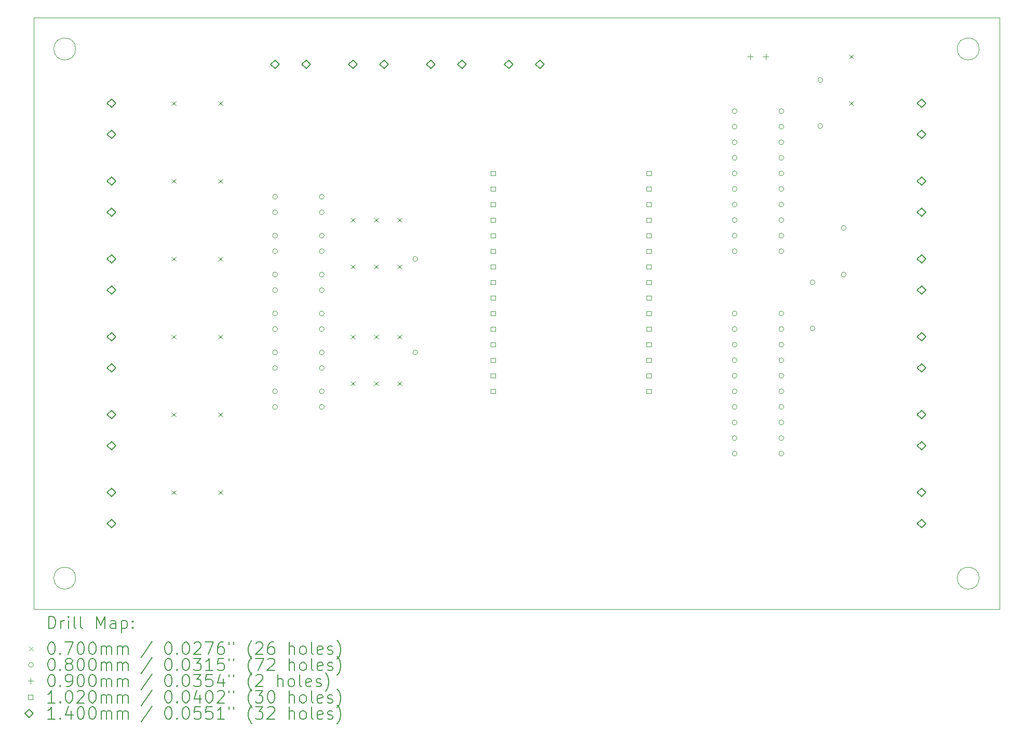
<source format=gbr>
%TF.GenerationSoftware,KiCad,Pcbnew,7.0.1-3b83917a11~171~ubuntu20.04.1*%
%TF.CreationDate,2023-03-12T14:30:54+01:00*%
%TF.ProjectId,fluidnc-bob,666c7569-646e-4632-9d62-6f622e6b6963,rev?*%
%TF.SameCoordinates,Original*%
%TF.FileFunction,Drillmap*%
%TF.FilePolarity,Positive*%
%FSLAX45Y45*%
G04 Gerber Fmt 4.5, Leading zero omitted, Abs format (unit mm)*
G04 Created by KiCad (PCBNEW 7.0.1-3b83917a11~171~ubuntu20.04.1) date 2023-03-12 14:30:54*
%MOMM*%
%LPD*%
G01*
G04 APERTURE LIST*
%ADD10C,0.050000*%
%ADD11C,0.200000*%
%ADD12C,0.070000*%
%ADD13C,0.080000*%
%ADD14C,0.090000*%
%ADD15C,0.102000*%
%ADD16C,0.140000*%
G04 APERTURE END LIST*
D10*
X6783605Y-12573000D02*
G75*
G03*
X6783605Y-12573000I-179605J0D01*
G01*
X6783605Y-3937000D02*
G75*
G03*
X6783605Y-3937000I-179605J0D01*
G01*
X21515605Y-12573000D02*
G75*
G03*
X21515605Y-12573000I-179605J0D01*
G01*
X21515605Y-3937000D02*
G75*
G03*
X21515605Y-3937000I-179605J0D01*
G01*
X6096000Y-13081000D02*
X6096000Y-3429000D01*
X21844000Y-13081000D02*
X6096000Y-13081000D01*
X21844000Y-3429000D02*
X21844000Y-13081000D01*
X6096000Y-3429000D02*
X21844000Y-3429000D01*
D11*
D12*
X8347000Y-4791000D02*
X8417000Y-4861000D01*
X8417000Y-4791000D02*
X8347000Y-4861000D01*
X8347000Y-6061000D02*
X8417000Y-6131000D01*
X8417000Y-6061000D02*
X8347000Y-6131000D01*
X8347000Y-7331000D02*
X8417000Y-7401000D01*
X8417000Y-7331000D02*
X8347000Y-7401000D01*
X8347000Y-8601000D02*
X8417000Y-8671000D01*
X8417000Y-8601000D02*
X8347000Y-8671000D01*
X8347000Y-9871000D02*
X8417000Y-9941000D01*
X8417000Y-9871000D02*
X8347000Y-9941000D01*
X8347000Y-11141000D02*
X8417000Y-11211000D01*
X8417000Y-11141000D02*
X8347000Y-11211000D01*
X9109000Y-4791000D02*
X9179000Y-4861000D01*
X9179000Y-4791000D02*
X9109000Y-4861000D01*
X9109000Y-6061000D02*
X9179000Y-6131000D01*
X9179000Y-6061000D02*
X9109000Y-6131000D01*
X9109000Y-7331000D02*
X9179000Y-7401000D01*
X9179000Y-7331000D02*
X9109000Y-7401000D01*
X9109000Y-8601000D02*
X9179000Y-8671000D01*
X9179000Y-8601000D02*
X9109000Y-8671000D01*
X9109000Y-9871000D02*
X9179000Y-9941000D01*
X9179000Y-9871000D02*
X9109000Y-9941000D01*
X9109000Y-11141000D02*
X9179000Y-11211000D01*
X9179000Y-11141000D02*
X9109000Y-11211000D01*
X11268000Y-6696000D02*
X11338000Y-6766000D01*
X11338000Y-6696000D02*
X11268000Y-6766000D01*
X11268000Y-7458000D02*
X11338000Y-7528000D01*
X11338000Y-7458000D02*
X11268000Y-7528000D01*
X11268000Y-8601000D02*
X11338000Y-8671000D01*
X11338000Y-8601000D02*
X11268000Y-8671000D01*
X11268000Y-9363000D02*
X11338000Y-9433000D01*
X11338000Y-9363000D02*
X11268000Y-9433000D01*
X11649000Y-6696000D02*
X11719000Y-6766000D01*
X11719000Y-6696000D02*
X11649000Y-6766000D01*
X11649000Y-7458000D02*
X11719000Y-7528000D01*
X11719000Y-7458000D02*
X11649000Y-7528000D01*
X11649000Y-8601000D02*
X11719000Y-8671000D01*
X11719000Y-8601000D02*
X11649000Y-8671000D01*
X11649000Y-9363000D02*
X11719000Y-9433000D01*
X11719000Y-9363000D02*
X11649000Y-9433000D01*
X12030000Y-6696000D02*
X12100000Y-6766000D01*
X12100000Y-6696000D02*
X12030000Y-6766000D01*
X12030000Y-7458000D02*
X12100000Y-7528000D01*
X12100000Y-7458000D02*
X12030000Y-7528000D01*
X12030000Y-8601000D02*
X12100000Y-8671000D01*
X12100000Y-8601000D02*
X12030000Y-8671000D01*
X12030000Y-9363000D02*
X12100000Y-9433000D01*
X12100000Y-9363000D02*
X12030000Y-9433000D01*
X19396000Y-4029000D02*
X19466000Y-4099000D01*
X19466000Y-4029000D02*
X19396000Y-4099000D01*
X19396000Y-4791000D02*
X19466000Y-4861000D01*
X19466000Y-4791000D02*
X19396000Y-4861000D01*
D13*
X10073000Y-6350000D02*
G75*
G03*
X10073000Y-6350000I-40000J0D01*
G01*
X10073000Y-6604000D02*
G75*
G03*
X10073000Y-6604000I-40000J0D01*
G01*
X10073000Y-6985000D02*
G75*
G03*
X10073000Y-6985000I-40000J0D01*
G01*
X10073000Y-7239000D02*
G75*
G03*
X10073000Y-7239000I-40000J0D01*
G01*
X10073000Y-7620000D02*
G75*
G03*
X10073000Y-7620000I-40000J0D01*
G01*
X10073000Y-7874000D02*
G75*
G03*
X10073000Y-7874000I-40000J0D01*
G01*
X10073000Y-8255000D02*
G75*
G03*
X10073000Y-8255000I-40000J0D01*
G01*
X10073000Y-8509000D02*
G75*
G03*
X10073000Y-8509000I-40000J0D01*
G01*
X10073000Y-8890000D02*
G75*
G03*
X10073000Y-8890000I-40000J0D01*
G01*
X10073000Y-9144000D02*
G75*
G03*
X10073000Y-9144000I-40000J0D01*
G01*
X10073000Y-9525000D02*
G75*
G03*
X10073000Y-9525000I-40000J0D01*
G01*
X10073000Y-9779000D02*
G75*
G03*
X10073000Y-9779000I-40000J0D01*
G01*
X10835000Y-6350000D02*
G75*
G03*
X10835000Y-6350000I-40000J0D01*
G01*
X10835000Y-6604000D02*
G75*
G03*
X10835000Y-6604000I-40000J0D01*
G01*
X10835000Y-6985000D02*
G75*
G03*
X10835000Y-6985000I-40000J0D01*
G01*
X10835000Y-7239000D02*
G75*
G03*
X10835000Y-7239000I-40000J0D01*
G01*
X10835000Y-7620000D02*
G75*
G03*
X10835000Y-7620000I-40000J0D01*
G01*
X10835000Y-7874000D02*
G75*
G03*
X10835000Y-7874000I-40000J0D01*
G01*
X10835000Y-8255000D02*
G75*
G03*
X10835000Y-8255000I-40000J0D01*
G01*
X10835000Y-8509000D02*
G75*
G03*
X10835000Y-8509000I-40000J0D01*
G01*
X10835000Y-8890000D02*
G75*
G03*
X10835000Y-8890000I-40000J0D01*
G01*
X10835000Y-9144000D02*
G75*
G03*
X10835000Y-9144000I-40000J0D01*
G01*
X10835000Y-9525000D02*
G75*
G03*
X10835000Y-9525000I-40000J0D01*
G01*
X10835000Y-9779000D02*
G75*
G03*
X10835000Y-9779000I-40000J0D01*
G01*
X12359000Y-7366000D02*
G75*
G03*
X12359000Y-7366000I-40000J0D01*
G01*
X12359000Y-8890000D02*
G75*
G03*
X12359000Y-8890000I-40000J0D01*
G01*
X17566000Y-4953000D02*
G75*
G03*
X17566000Y-4953000I-40000J0D01*
G01*
X17566000Y-5207000D02*
G75*
G03*
X17566000Y-5207000I-40000J0D01*
G01*
X17566000Y-5461000D02*
G75*
G03*
X17566000Y-5461000I-40000J0D01*
G01*
X17566000Y-5715000D02*
G75*
G03*
X17566000Y-5715000I-40000J0D01*
G01*
X17566000Y-5969000D02*
G75*
G03*
X17566000Y-5969000I-40000J0D01*
G01*
X17566000Y-6223000D02*
G75*
G03*
X17566000Y-6223000I-40000J0D01*
G01*
X17566000Y-6477000D02*
G75*
G03*
X17566000Y-6477000I-40000J0D01*
G01*
X17566000Y-6731000D02*
G75*
G03*
X17566000Y-6731000I-40000J0D01*
G01*
X17566000Y-6985000D02*
G75*
G03*
X17566000Y-6985000I-40000J0D01*
G01*
X17566000Y-7239000D02*
G75*
G03*
X17566000Y-7239000I-40000J0D01*
G01*
X17566000Y-8255000D02*
G75*
G03*
X17566000Y-8255000I-40000J0D01*
G01*
X17566000Y-8509000D02*
G75*
G03*
X17566000Y-8509000I-40000J0D01*
G01*
X17566000Y-8763000D02*
G75*
G03*
X17566000Y-8763000I-40000J0D01*
G01*
X17566000Y-9017000D02*
G75*
G03*
X17566000Y-9017000I-40000J0D01*
G01*
X17566000Y-9271000D02*
G75*
G03*
X17566000Y-9271000I-40000J0D01*
G01*
X17566000Y-9525000D02*
G75*
G03*
X17566000Y-9525000I-40000J0D01*
G01*
X17566000Y-9779000D02*
G75*
G03*
X17566000Y-9779000I-40000J0D01*
G01*
X17566000Y-10033000D02*
G75*
G03*
X17566000Y-10033000I-40000J0D01*
G01*
X17566000Y-10287000D02*
G75*
G03*
X17566000Y-10287000I-40000J0D01*
G01*
X17566000Y-10541000D02*
G75*
G03*
X17566000Y-10541000I-40000J0D01*
G01*
X18328000Y-4953000D02*
G75*
G03*
X18328000Y-4953000I-40000J0D01*
G01*
X18328000Y-5207000D02*
G75*
G03*
X18328000Y-5207000I-40000J0D01*
G01*
X18328000Y-5461000D02*
G75*
G03*
X18328000Y-5461000I-40000J0D01*
G01*
X18328000Y-5715000D02*
G75*
G03*
X18328000Y-5715000I-40000J0D01*
G01*
X18328000Y-5969000D02*
G75*
G03*
X18328000Y-5969000I-40000J0D01*
G01*
X18328000Y-6223000D02*
G75*
G03*
X18328000Y-6223000I-40000J0D01*
G01*
X18328000Y-6477000D02*
G75*
G03*
X18328000Y-6477000I-40000J0D01*
G01*
X18328000Y-6731000D02*
G75*
G03*
X18328000Y-6731000I-40000J0D01*
G01*
X18328000Y-6985000D02*
G75*
G03*
X18328000Y-6985000I-40000J0D01*
G01*
X18328000Y-7239000D02*
G75*
G03*
X18328000Y-7239000I-40000J0D01*
G01*
X18328000Y-8255000D02*
G75*
G03*
X18328000Y-8255000I-40000J0D01*
G01*
X18328000Y-8509000D02*
G75*
G03*
X18328000Y-8509000I-40000J0D01*
G01*
X18328000Y-8763000D02*
G75*
G03*
X18328000Y-8763000I-40000J0D01*
G01*
X18328000Y-9017000D02*
G75*
G03*
X18328000Y-9017000I-40000J0D01*
G01*
X18328000Y-9271000D02*
G75*
G03*
X18328000Y-9271000I-40000J0D01*
G01*
X18328000Y-9525000D02*
G75*
G03*
X18328000Y-9525000I-40000J0D01*
G01*
X18328000Y-9779000D02*
G75*
G03*
X18328000Y-9779000I-40000J0D01*
G01*
X18328000Y-10033000D02*
G75*
G03*
X18328000Y-10033000I-40000J0D01*
G01*
X18328000Y-10287000D02*
G75*
G03*
X18328000Y-10287000I-40000J0D01*
G01*
X18328000Y-10541000D02*
G75*
G03*
X18328000Y-10541000I-40000J0D01*
G01*
X18836000Y-7747000D02*
G75*
G03*
X18836000Y-7747000I-40000J0D01*
G01*
X18836000Y-8497000D02*
G75*
G03*
X18836000Y-8497000I-40000J0D01*
G01*
X18963000Y-4445000D02*
G75*
G03*
X18963000Y-4445000I-40000J0D01*
G01*
X18963000Y-5195000D02*
G75*
G03*
X18963000Y-5195000I-40000J0D01*
G01*
X19344000Y-6858000D02*
G75*
G03*
X19344000Y-6858000I-40000J0D01*
G01*
X19344000Y-7620000D02*
G75*
G03*
X19344000Y-7620000I-40000J0D01*
G01*
D14*
X17780000Y-4019000D02*
X17780000Y-4109000D01*
X17735000Y-4064000D02*
X17825000Y-4064000D01*
X18034000Y-4019000D02*
X18034000Y-4109000D01*
X17989000Y-4064000D02*
X18079000Y-4064000D01*
D15*
X13625063Y-6005063D02*
X13625063Y-5932937D01*
X13552937Y-5932937D01*
X13552937Y-6005063D01*
X13625063Y-6005063D01*
X13625063Y-6259063D02*
X13625063Y-6186937D01*
X13552937Y-6186937D01*
X13552937Y-6259063D01*
X13625063Y-6259063D01*
X13625063Y-6513063D02*
X13625063Y-6440937D01*
X13552937Y-6440937D01*
X13552937Y-6513063D01*
X13625063Y-6513063D01*
X13625063Y-6767063D02*
X13625063Y-6694937D01*
X13552937Y-6694937D01*
X13552937Y-6767063D01*
X13625063Y-6767063D01*
X13625063Y-7021063D02*
X13625063Y-6948937D01*
X13552937Y-6948937D01*
X13552937Y-7021063D01*
X13625063Y-7021063D01*
X13625063Y-7275063D02*
X13625063Y-7202937D01*
X13552937Y-7202937D01*
X13552937Y-7275063D01*
X13625063Y-7275063D01*
X13625063Y-7529063D02*
X13625063Y-7456937D01*
X13552937Y-7456937D01*
X13552937Y-7529063D01*
X13625063Y-7529063D01*
X13625063Y-7783063D02*
X13625063Y-7710937D01*
X13552937Y-7710937D01*
X13552937Y-7783063D01*
X13625063Y-7783063D01*
X13625063Y-8037063D02*
X13625063Y-7964937D01*
X13552937Y-7964937D01*
X13552937Y-8037063D01*
X13625063Y-8037063D01*
X13625063Y-8291063D02*
X13625063Y-8218937D01*
X13552937Y-8218937D01*
X13552937Y-8291063D01*
X13625063Y-8291063D01*
X13625063Y-8545063D02*
X13625063Y-8472937D01*
X13552937Y-8472937D01*
X13552937Y-8545063D01*
X13625063Y-8545063D01*
X13625063Y-8799063D02*
X13625063Y-8726937D01*
X13552937Y-8726937D01*
X13552937Y-8799063D01*
X13625063Y-8799063D01*
X13625063Y-9053063D02*
X13625063Y-8980937D01*
X13552937Y-8980937D01*
X13552937Y-9053063D01*
X13625063Y-9053063D01*
X13625063Y-9307063D02*
X13625063Y-9234937D01*
X13552937Y-9234937D01*
X13552937Y-9307063D01*
X13625063Y-9307063D01*
X13625063Y-9561063D02*
X13625063Y-9488937D01*
X13552937Y-9488937D01*
X13552937Y-9561063D01*
X13625063Y-9561063D01*
X16165063Y-6005063D02*
X16165063Y-5932937D01*
X16092937Y-5932937D01*
X16092937Y-6005063D01*
X16165063Y-6005063D01*
X16165063Y-6259063D02*
X16165063Y-6186937D01*
X16092937Y-6186937D01*
X16092937Y-6259063D01*
X16165063Y-6259063D01*
X16165063Y-6513063D02*
X16165063Y-6440937D01*
X16092937Y-6440937D01*
X16092937Y-6513063D01*
X16165063Y-6513063D01*
X16165063Y-6767063D02*
X16165063Y-6694937D01*
X16092937Y-6694937D01*
X16092937Y-6767063D01*
X16165063Y-6767063D01*
X16165063Y-7021063D02*
X16165063Y-6948937D01*
X16092937Y-6948937D01*
X16092937Y-7021063D01*
X16165063Y-7021063D01*
X16165063Y-7275063D02*
X16165063Y-7202937D01*
X16092937Y-7202937D01*
X16092937Y-7275063D01*
X16165063Y-7275063D01*
X16165063Y-7529063D02*
X16165063Y-7456937D01*
X16092937Y-7456937D01*
X16092937Y-7529063D01*
X16165063Y-7529063D01*
X16165063Y-7783063D02*
X16165063Y-7710937D01*
X16092937Y-7710937D01*
X16092937Y-7783063D01*
X16165063Y-7783063D01*
X16165063Y-8037063D02*
X16165063Y-7964937D01*
X16092937Y-7964937D01*
X16092937Y-8037063D01*
X16165063Y-8037063D01*
X16165063Y-8291063D02*
X16165063Y-8218937D01*
X16092937Y-8218937D01*
X16092937Y-8291063D01*
X16165063Y-8291063D01*
X16165063Y-8545063D02*
X16165063Y-8472937D01*
X16092937Y-8472937D01*
X16092937Y-8545063D01*
X16165063Y-8545063D01*
X16165063Y-8799063D02*
X16165063Y-8726937D01*
X16092937Y-8726937D01*
X16092937Y-8799063D01*
X16165063Y-8799063D01*
X16165063Y-9053063D02*
X16165063Y-8980937D01*
X16092937Y-8980937D01*
X16092937Y-9053063D01*
X16165063Y-9053063D01*
X16165063Y-9307063D02*
X16165063Y-9234937D01*
X16092937Y-9234937D01*
X16092937Y-9307063D01*
X16165063Y-9307063D01*
X16165063Y-9561063D02*
X16165063Y-9488937D01*
X16092937Y-9488937D01*
X16092937Y-9561063D01*
X16165063Y-9561063D01*
D16*
X7366000Y-4896000D02*
X7436000Y-4826000D01*
X7366000Y-4756000D01*
X7296000Y-4826000D01*
X7366000Y-4896000D01*
X7366000Y-5404000D02*
X7436000Y-5334000D01*
X7366000Y-5264000D01*
X7296000Y-5334000D01*
X7366000Y-5404000D01*
X7366000Y-6166000D02*
X7436000Y-6096000D01*
X7366000Y-6026000D01*
X7296000Y-6096000D01*
X7366000Y-6166000D01*
X7366000Y-6674000D02*
X7436000Y-6604000D01*
X7366000Y-6534000D01*
X7296000Y-6604000D01*
X7366000Y-6674000D01*
X7366000Y-7436000D02*
X7436000Y-7366000D01*
X7366000Y-7296000D01*
X7296000Y-7366000D01*
X7366000Y-7436000D01*
X7366000Y-7944000D02*
X7436000Y-7874000D01*
X7366000Y-7804000D01*
X7296000Y-7874000D01*
X7366000Y-7944000D01*
X7366000Y-8706000D02*
X7436000Y-8636000D01*
X7366000Y-8566000D01*
X7296000Y-8636000D01*
X7366000Y-8706000D01*
X7366000Y-9214000D02*
X7436000Y-9144000D01*
X7366000Y-9074000D01*
X7296000Y-9144000D01*
X7366000Y-9214000D01*
X7366000Y-9976000D02*
X7436000Y-9906000D01*
X7366000Y-9836000D01*
X7296000Y-9906000D01*
X7366000Y-9976000D01*
X7366000Y-10484000D02*
X7436000Y-10414000D01*
X7366000Y-10344000D01*
X7296000Y-10414000D01*
X7366000Y-10484000D01*
X7366000Y-11246000D02*
X7436000Y-11176000D01*
X7366000Y-11106000D01*
X7296000Y-11176000D01*
X7366000Y-11246000D01*
X7366000Y-11754000D02*
X7436000Y-11684000D01*
X7366000Y-11614000D01*
X7296000Y-11684000D01*
X7366000Y-11754000D01*
X10033000Y-4261000D02*
X10103000Y-4191000D01*
X10033000Y-4121000D01*
X9963000Y-4191000D01*
X10033000Y-4261000D01*
X10541000Y-4261000D02*
X10611000Y-4191000D01*
X10541000Y-4121000D01*
X10471000Y-4191000D01*
X10541000Y-4261000D01*
X11303000Y-4261000D02*
X11373000Y-4191000D01*
X11303000Y-4121000D01*
X11233000Y-4191000D01*
X11303000Y-4261000D01*
X11811000Y-4261000D02*
X11881000Y-4191000D01*
X11811000Y-4121000D01*
X11741000Y-4191000D01*
X11811000Y-4261000D01*
X12573000Y-4261000D02*
X12643000Y-4191000D01*
X12573000Y-4121000D01*
X12503000Y-4191000D01*
X12573000Y-4261000D01*
X13081000Y-4261000D02*
X13151000Y-4191000D01*
X13081000Y-4121000D01*
X13011000Y-4191000D01*
X13081000Y-4261000D01*
X13843000Y-4261000D02*
X13913000Y-4191000D01*
X13843000Y-4121000D01*
X13773000Y-4191000D01*
X13843000Y-4261000D01*
X14351000Y-4261000D02*
X14421000Y-4191000D01*
X14351000Y-4121000D01*
X14281000Y-4191000D01*
X14351000Y-4261000D01*
X20574000Y-4896000D02*
X20644000Y-4826000D01*
X20574000Y-4756000D01*
X20504000Y-4826000D01*
X20574000Y-4896000D01*
X20574000Y-5404000D02*
X20644000Y-5334000D01*
X20574000Y-5264000D01*
X20504000Y-5334000D01*
X20574000Y-5404000D01*
X20574000Y-6166000D02*
X20644000Y-6096000D01*
X20574000Y-6026000D01*
X20504000Y-6096000D01*
X20574000Y-6166000D01*
X20574000Y-6674000D02*
X20644000Y-6604000D01*
X20574000Y-6534000D01*
X20504000Y-6604000D01*
X20574000Y-6674000D01*
X20574000Y-7436000D02*
X20644000Y-7366000D01*
X20574000Y-7296000D01*
X20504000Y-7366000D01*
X20574000Y-7436000D01*
X20574000Y-7944000D02*
X20644000Y-7874000D01*
X20574000Y-7804000D01*
X20504000Y-7874000D01*
X20574000Y-7944000D01*
X20574000Y-8706000D02*
X20644000Y-8636000D01*
X20574000Y-8566000D01*
X20504000Y-8636000D01*
X20574000Y-8706000D01*
X20574000Y-9214000D02*
X20644000Y-9144000D01*
X20574000Y-9074000D01*
X20504000Y-9144000D01*
X20574000Y-9214000D01*
X20574000Y-9976000D02*
X20644000Y-9906000D01*
X20574000Y-9836000D01*
X20504000Y-9906000D01*
X20574000Y-9976000D01*
X20574000Y-10484000D02*
X20644000Y-10414000D01*
X20574000Y-10344000D01*
X20504000Y-10414000D01*
X20574000Y-10484000D01*
X20574000Y-11246000D02*
X20644000Y-11176000D01*
X20574000Y-11106000D01*
X20504000Y-11176000D01*
X20574000Y-11246000D01*
X20574000Y-11754000D02*
X20644000Y-11684000D01*
X20574000Y-11614000D01*
X20504000Y-11684000D01*
X20574000Y-11754000D01*
D11*
X6341119Y-13396024D02*
X6341119Y-13196024D01*
X6341119Y-13196024D02*
X6388738Y-13196024D01*
X6388738Y-13196024D02*
X6417309Y-13205548D01*
X6417309Y-13205548D02*
X6436357Y-13224595D01*
X6436357Y-13224595D02*
X6445881Y-13243643D01*
X6445881Y-13243643D02*
X6455405Y-13281738D01*
X6455405Y-13281738D02*
X6455405Y-13310309D01*
X6455405Y-13310309D02*
X6445881Y-13348405D01*
X6445881Y-13348405D02*
X6436357Y-13367452D01*
X6436357Y-13367452D02*
X6417309Y-13386500D01*
X6417309Y-13386500D02*
X6388738Y-13396024D01*
X6388738Y-13396024D02*
X6341119Y-13396024D01*
X6541119Y-13396024D02*
X6541119Y-13262690D01*
X6541119Y-13300786D02*
X6550643Y-13281738D01*
X6550643Y-13281738D02*
X6560167Y-13272214D01*
X6560167Y-13272214D02*
X6579214Y-13262690D01*
X6579214Y-13262690D02*
X6598262Y-13262690D01*
X6664928Y-13396024D02*
X6664928Y-13262690D01*
X6664928Y-13196024D02*
X6655405Y-13205548D01*
X6655405Y-13205548D02*
X6664928Y-13215071D01*
X6664928Y-13215071D02*
X6674452Y-13205548D01*
X6674452Y-13205548D02*
X6664928Y-13196024D01*
X6664928Y-13196024D02*
X6664928Y-13215071D01*
X6788738Y-13396024D02*
X6769690Y-13386500D01*
X6769690Y-13386500D02*
X6760167Y-13367452D01*
X6760167Y-13367452D02*
X6760167Y-13196024D01*
X6893500Y-13396024D02*
X6874452Y-13386500D01*
X6874452Y-13386500D02*
X6864928Y-13367452D01*
X6864928Y-13367452D02*
X6864928Y-13196024D01*
X7122071Y-13396024D02*
X7122071Y-13196024D01*
X7122071Y-13196024D02*
X7188738Y-13338881D01*
X7188738Y-13338881D02*
X7255405Y-13196024D01*
X7255405Y-13196024D02*
X7255405Y-13396024D01*
X7436357Y-13396024D02*
X7436357Y-13291262D01*
X7436357Y-13291262D02*
X7426833Y-13272214D01*
X7426833Y-13272214D02*
X7407786Y-13262690D01*
X7407786Y-13262690D02*
X7369690Y-13262690D01*
X7369690Y-13262690D02*
X7350643Y-13272214D01*
X7436357Y-13386500D02*
X7417309Y-13396024D01*
X7417309Y-13396024D02*
X7369690Y-13396024D01*
X7369690Y-13396024D02*
X7350643Y-13386500D01*
X7350643Y-13386500D02*
X7341119Y-13367452D01*
X7341119Y-13367452D02*
X7341119Y-13348405D01*
X7341119Y-13348405D02*
X7350643Y-13329357D01*
X7350643Y-13329357D02*
X7369690Y-13319833D01*
X7369690Y-13319833D02*
X7417309Y-13319833D01*
X7417309Y-13319833D02*
X7436357Y-13310309D01*
X7531595Y-13262690D02*
X7531595Y-13462690D01*
X7531595Y-13272214D02*
X7550643Y-13262690D01*
X7550643Y-13262690D02*
X7588738Y-13262690D01*
X7588738Y-13262690D02*
X7607786Y-13272214D01*
X7607786Y-13272214D02*
X7617309Y-13281738D01*
X7617309Y-13281738D02*
X7626833Y-13300786D01*
X7626833Y-13300786D02*
X7626833Y-13357928D01*
X7626833Y-13357928D02*
X7617309Y-13376976D01*
X7617309Y-13376976D02*
X7607786Y-13386500D01*
X7607786Y-13386500D02*
X7588738Y-13396024D01*
X7588738Y-13396024D02*
X7550643Y-13396024D01*
X7550643Y-13396024D02*
X7531595Y-13386500D01*
X7712548Y-13376976D02*
X7722071Y-13386500D01*
X7722071Y-13386500D02*
X7712548Y-13396024D01*
X7712548Y-13396024D02*
X7703024Y-13386500D01*
X7703024Y-13386500D02*
X7712548Y-13376976D01*
X7712548Y-13376976D02*
X7712548Y-13396024D01*
X7712548Y-13272214D02*
X7722071Y-13281738D01*
X7722071Y-13281738D02*
X7712548Y-13291262D01*
X7712548Y-13291262D02*
X7703024Y-13281738D01*
X7703024Y-13281738D02*
X7712548Y-13272214D01*
X7712548Y-13272214D02*
X7712548Y-13291262D01*
D12*
X6023500Y-13688500D02*
X6093500Y-13758500D01*
X6093500Y-13688500D02*
X6023500Y-13758500D01*
D11*
X6379214Y-13616024D02*
X6398262Y-13616024D01*
X6398262Y-13616024D02*
X6417309Y-13625548D01*
X6417309Y-13625548D02*
X6426833Y-13635071D01*
X6426833Y-13635071D02*
X6436357Y-13654119D01*
X6436357Y-13654119D02*
X6445881Y-13692214D01*
X6445881Y-13692214D02*
X6445881Y-13739833D01*
X6445881Y-13739833D02*
X6436357Y-13777928D01*
X6436357Y-13777928D02*
X6426833Y-13796976D01*
X6426833Y-13796976D02*
X6417309Y-13806500D01*
X6417309Y-13806500D02*
X6398262Y-13816024D01*
X6398262Y-13816024D02*
X6379214Y-13816024D01*
X6379214Y-13816024D02*
X6360167Y-13806500D01*
X6360167Y-13806500D02*
X6350643Y-13796976D01*
X6350643Y-13796976D02*
X6341119Y-13777928D01*
X6341119Y-13777928D02*
X6331595Y-13739833D01*
X6331595Y-13739833D02*
X6331595Y-13692214D01*
X6331595Y-13692214D02*
X6341119Y-13654119D01*
X6341119Y-13654119D02*
X6350643Y-13635071D01*
X6350643Y-13635071D02*
X6360167Y-13625548D01*
X6360167Y-13625548D02*
X6379214Y-13616024D01*
X6531595Y-13796976D02*
X6541119Y-13806500D01*
X6541119Y-13806500D02*
X6531595Y-13816024D01*
X6531595Y-13816024D02*
X6522071Y-13806500D01*
X6522071Y-13806500D02*
X6531595Y-13796976D01*
X6531595Y-13796976D02*
X6531595Y-13816024D01*
X6607786Y-13616024D02*
X6741119Y-13616024D01*
X6741119Y-13616024D02*
X6655405Y-13816024D01*
X6855405Y-13616024D02*
X6874452Y-13616024D01*
X6874452Y-13616024D02*
X6893500Y-13625548D01*
X6893500Y-13625548D02*
X6903024Y-13635071D01*
X6903024Y-13635071D02*
X6912548Y-13654119D01*
X6912548Y-13654119D02*
X6922071Y-13692214D01*
X6922071Y-13692214D02*
X6922071Y-13739833D01*
X6922071Y-13739833D02*
X6912548Y-13777928D01*
X6912548Y-13777928D02*
X6903024Y-13796976D01*
X6903024Y-13796976D02*
X6893500Y-13806500D01*
X6893500Y-13806500D02*
X6874452Y-13816024D01*
X6874452Y-13816024D02*
X6855405Y-13816024D01*
X6855405Y-13816024D02*
X6836357Y-13806500D01*
X6836357Y-13806500D02*
X6826833Y-13796976D01*
X6826833Y-13796976D02*
X6817309Y-13777928D01*
X6817309Y-13777928D02*
X6807786Y-13739833D01*
X6807786Y-13739833D02*
X6807786Y-13692214D01*
X6807786Y-13692214D02*
X6817309Y-13654119D01*
X6817309Y-13654119D02*
X6826833Y-13635071D01*
X6826833Y-13635071D02*
X6836357Y-13625548D01*
X6836357Y-13625548D02*
X6855405Y-13616024D01*
X7045881Y-13616024D02*
X7064929Y-13616024D01*
X7064929Y-13616024D02*
X7083976Y-13625548D01*
X7083976Y-13625548D02*
X7093500Y-13635071D01*
X7093500Y-13635071D02*
X7103024Y-13654119D01*
X7103024Y-13654119D02*
X7112548Y-13692214D01*
X7112548Y-13692214D02*
X7112548Y-13739833D01*
X7112548Y-13739833D02*
X7103024Y-13777928D01*
X7103024Y-13777928D02*
X7093500Y-13796976D01*
X7093500Y-13796976D02*
X7083976Y-13806500D01*
X7083976Y-13806500D02*
X7064929Y-13816024D01*
X7064929Y-13816024D02*
X7045881Y-13816024D01*
X7045881Y-13816024D02*
X7026833Y-13806500D01*
X7026833Y-13806500D02*
X7017309Y-13796976D01*
X7017309Y-13796976D02*
X7007786Y-13777928D01*
X7007786Y-13777928D02*
X6998262Y-13739833D01*
X6998262Y-13739833D02*
X6998262Y-13692214D01*
X6998262Y-13692214D02*
X7007786Y-13654119D01*
X7007786Y-13654119D02*
X7017309Y-13635071D01*
X7017309Y-13635071D02*
X7026833Y-13625548D01*
X7026833Y-13625548D02*
X7045881Y-13616024D01*
X7198262Y-13816024D02*
X7198262Y-13682690D01*
X7198262Y-13701738D02*
X7207786Y-13692214D01*
X7207786Y-13692214D02*
X7226833Y-13682690D01*
X7226833Y-13682690D02*
X7255405Y-13682690D01*
X7255405Y-13682690D02*
X7274452Y-13692214D01*
X7274452Y-13692214D02*
X7283976Y-13711262D01*
X7283976Y-13711262D02*
X7283976Y-13816024D01*
X7283976Y-13711262D02*
X7293500Y-13692214D01*
X7293500Y-13692214D02*
X7312548Y-13682690D01*
X7312548Y-13682690D02*
X7341119Y-13682690D01*
X7341119Y-13682690D02*
X7360167Y-13692214D01*
X7360167Y-13692214D02*
X7369690Y-13711262D01*
X7369690Y-13711262D02*
X7369690Y-13816024D01*
X7464929Y-13816024D02*
X7464929Y-13682690D01*
X7464929Y-13701738D02*
X7474452Y-13692214D01*
X7474452Y-13692214D02*
X7493500Y-13682690D01*
X7493500Y-13682690D02*
X7522071Y-13682690D01*
X7522071Y-13682690D02*
X7541119Y-13692214D01*
X7541119Y-13692214D02*
X7550643Y-13711262D01*
X7550643Y-13711262D02*
X7550643Y-13816024D01*
X7550643Y-13711262D02*
X7560167Y-13692214D01*
X7560167Y-13692214D02*
X7579214Y-13682690D01*
X7579214Y-13682690D02*
X7607786Y-13682690D01*
X7607786Y-13682690D02*
X7626833Y-13692214D01*
X7626833Y-13692214D02*
X7636357Y-13711262D01*
X7636357Y-13711262D02*
X7636357Y-13816024D01*
X8026833Y-13606500D02*
X7855405Y-13863643D01*
X8283976Y-13616024D02*
X8303024Y-13616024D01*
X8303024Y-13616024D02*
X8322072Y-13625548D01*
X8322072Y-13625548D02*
X8331595Y-13635071D01*
X8331595Y-13635071D02*
X8341119Y-13654119D01*
X8341119Y-13654119D02*
X8350643Y-13692214D01*
X8350643Y-13692214D02*
X8350643Y-13739833D01*
X8350643Y-13739833D02*
X8341119Y-13777928D01*
X8341119Y-13777928D02*
X8331595Y-13796976D01*
X8331595Y-13796976D02*
X8322072Y-13806500D01*
X8322072Y-13806500D02*
X8303024Y-13816024D01*
X8303024Y-13816024D02*
X8283976Y-13816024D01*
X8283976Y-13816024D02*
X8264929Y-13806500D01*
X8264929Y-13806500D02*
X8255405Y-13796976D01*
X8255405Y-13796976D02*
X8245881Y-13777928D01*
X8245881Y-13777928D02*
X8236357Y-13739833D01*
X8236357Y-13739833D02*
X8236357Y-13692214D01*
X8236357Y-13692214D02*
X8245881Y-13654119D01*
X8245881Y-13654119D02*
X8255405Y-13635071D01*
X8255405Y-13635071D02*
X8264929Y-13625548D01*
X8264929Y-13625548D02*
X8283976Y-13616024D01*
X8436357Y-13796976D02*
X8445881Y-13806500D01*
X8445881Y-13806500D02*
X8436357Y-13816024D01*
X8436357Y-13816024D02*
X8426834Y-13806500D01*
X8426834Y-13806500D02*
X8436357Y-13796976D01*
X8436357Y-13796976D02*
X8436357Y-13816024D01*
X8569691Y-13616024D02*
X8588738Y-13616024D01*
X8588738Y-13616024D02*
X8607786Y-13625548D01*
X8607786Y-13625548D02*
X8617310Y-13635071D01*
X8617310Y-13635071D02*
X8626834Y-13654119D01*
X8626834Y-13654119D02*
X8636357Y-13692214D01*
X8636357Y-13692214D02*
X8636357Y-13739833D01*
X8636357Y-13739833D02*
X8626834Y-13777928D01*
X8626834Y-13777928D02*
X8617310Y-13796976D01*
X8617310Y-13796976D02*
X8607786Y-13806500D01*
X8607786Y-13806500D02*
X8588738Y-13816024D01*
X8588738Y-13816024D02*
X8569691Y-13816024D01*
X8569691Y-13816024D02*
X8550643Y-13806500D01*
X8550643Y-13806500D02*
X8541119Y-13796976D01*
X8541119Y-13796976D02*
X8531595Y-13777928D01*
X8531595Y-13777928D02*
X8522072Y-13739833D01*
X8522072Y-13739833D02*
X8522072Y-13692214D01*
X8522072Y-13692214D02*
X8531595Y-13654119D01*
X8531595Y-13654119D02*
X8541119Y-13635071D01*
X8541119Y-13635071D02*
X8550643Y-13625548D01*
X8550643Y-13625548D02*
X8569691Y-13616024D01*
X8712548Y-13635071D02*
X8722072Y-13625548D01*
X8722072Y-13625548D02*
X8741119Y-13616024D01*
X8741119Y-13616024D02*
X8788738Y-13616024D01*
X8788738Y-13616024D02*
X8807786Y-13625548D01*
X8807786Y-13625548D02*
X8817310Y-13635071D01*
X8817310Y-13635071D02*
X8826834Y-13654119D01*
X8826834Y-13654119D02*
X8826834Y-13673167D01*
X8826834Y-13673167D02*
X8817310Y-13701738D01*
X8817310Y-13701738D02*
X8703024Y-13816024D01*
X8703024Y-13816024D02*
X8826834Y-13816024D01*
X8893500Y-13616024D02*
X9026834Y-13616024D01*
X9026834Y-13616024D02*
X8941119Y-13816024D01*
X9188738Y-13616024D02*
X9150643Y-13616024D01*
X9150643Y-13616024D02*
X9131595Y-13625548D01*
X9131595Y-13625548D02*
X9122072Y-13635071D01*
X9122072Y-13635071D02*
X9103024Y-13663643D01*
X9103024Y-13663643D02*
X9093500Y-13701738D01*
X9093500Y-13701738D02*
X9093500Y-13777928D01*
X9093500Y-13777928D02*
X9103024Y-13796976D01*
X9103024Y-13796976D02*
X9112548Y-13806500D01*
X9112548Y-13806500D02*
X9131595Y-13816024D01*
X9131595Y-13816024D02*
X9169691Y-13816024D01*
X9169691Y-13816024D02*
X9188738Y-13806500D01*
X9188738Y-13806500D02*
X9198262Y-13796976D01*
X9198262Y-13796976D02*
X9207786Y-13777928D01*
X9207786Y-13777928D02*
X9207786Y-13730309D01*
X9207786Y-13730309D02*
X9198262Y-13711262D01*
X9198262Y-13711262D02*
X9188738Y-13701738D01*
X9188738Y-13701738D02*
X9169691Y-13692214D01*
X9169691Y-13692214D02*
X9131595Y-13692214D01*
X9131595Y-13692214D02*
X9112548Y-13701738D01*
X9112548Y-13701738D02*
X9103024Y-13711262D01*
X9103024Y-13711262D02*
X9093500Y-13730309D01*
X9283976Y-13616024D02*
X9283976Y-13654119D01*
X9360167Y-13616024D02*
X9360167Y-13654119D01*
X9655405Y-13892214D02*
X9645881Y-13882690D01*
X9645881Y-13882690D02*
X9626834Y-13854119D01*
X9626834Y-13854119D02*
X9617310Y-13835071D01*
X9617310Y-13835071D02*
X9607786Y-13806500D01*
X9607786Y-13806500D02*
X9598262Y-13758881D01*
X9598262Y-13758881D02*
X9598262Y-13720786D01*
X9598262Y-13720786D02*
X9607786Y-13673167D01*
X9607786Y-13673167D02*
X9617310Y-13644595D01*
X9617310Y-13644595D02*
X9626834Y-13625548D01*
X9626834Y-13625548D02*
X9645881Y-13596976D01*
X9645881Y-13596976D02*
X9655405Y-13587452D01*
X9722072Y-13635071D02*
X9731596Y-13625548D01*
X9731596Y-13625548D02*
X9750643Y-13616024D01*
X9750643Y-13616024D02*
X9798262Y-13616024D01*
X9798262Y-13616024D02*
X9817310Y-13625548D01*
X9817310Y-13625548D02*
X9826834Y-13635071D01*
X9826834Y-13635071D02*
X9836357Y-13654119D01*
X9836357Y-13654119D02*
X9836357Y-13673167D01*
X9836357Y-13673167D02*
X9826834Y-13701738D01*
X9826834Y-13701738D02*
X9712548Y-13816024D01*
X9712548Y-13816024D02*
X9836357Y-13816024D01*
X10007786Y-13616024D02*
X9969691Y-13616024D01*
X9969691Y-13616024D02*
X9950643Y-13625548D01*
X9950643Y-13625548D02*
X9941119Y-13635071D01*
X9941119Y-13635071D02*
X9922072Y-13663643D01*
X9922072Y-13663643D02*
X9912548Y-13701738D01*
X9912548Y-13701738D02*
X9912548Y-13777928D01*
X9912548Y-13777928D02*
X9922072Y-13796976D01*
X9922072Y-13796976D02*
X9931596Y-13806500D01*
X9931596Y-13806500D02*
X9950643Y-13816024D01*
X9950643Y-13816024D02*
X9988738Y-13816024D01*
X9988738Y-13816024D02*
X10007786Y-13806500D01*
X10007786Y-13806500D02*
X10017310Y-13796976D01*
X10017310Y-13796976D02*
X10026834Y-13777928D01*
X10026834Y-13777928D02*
X10026834Y-13730309D01*
X10026834Y-13730309D02*
X10017310Y-13711262D01*
X10017310Y-13711262D02*
X10007786Y-13701738D01*
X10007786Y-13701738D02*
X9988738Y-13692214D01*
X9988738Y-13692214D02*
X9950643Y-13692214D01*
X9950643Y-13692214D02*
X9931596Y-13701738D01*
X9931596Y-13701738D02*
X9922072Y-13711262D01*
X9922072Y-13711262D02*
X9912548Y-13730309D01*
X10264929Y-13816024D02*
X10264929Y-13616024D01*
X10350643Y-13816024D02*
X10350643Y-13711262D01*
X10350643Y-13711262D02*
X10341119Y-13692214D01*
X10341119Y-13692214D02*
X10322072Y-13682690D01*
X10322072Y-13682690D02*
X10293500Y-13682690D01*
X10293500Y-13682690D02*
X10274453Y-13692214D01*
X10274453Y-13692214D02*
X10264929Y-13701738D01*
X10474453Y-13816024D02*
X10455405Y-13806500D01*
X10455405Y-13806500D02*
X10445881Y-13796976D01*
X10445881Y-13796976D02*
X10436358Y-13777928D01*
X10436358Y-13777928D02*
X10436358Y-13720786D01*
X10436358Y-13720786D02*
X10445881Y-13701738D01*
X10445881Y-13701738D02*
X10455405Y-13692214D01*
X10455405Y-13692214D02*
X10474453Y-13682690D01*
X10474453Y-13682690D02*
X10503024Y-13682690D01*
X10503024Y-13682690D02*
X10522072Y-13692214D01*
X10522072Y-13692214D02*
X10531596Y-13701738D01*
X10531596Y-13701738D02*
X10541119Y-13720786D01*
X10541119Y-13720786D02*
X10541119Y-13777928D01*
X10541119Y-13777928D02*
X10531596Y-13796976D01*
X10531596Y-13796976D02*
X10522072Y-13806500D01*
X10522072Y-13806500D02*
X10503024Y-13816024D01*
X10503024Y-13816024D02*
X10474453Y-13816024D01*
X10655405Y-13816024D02*
X10636358Y-13806500D01*
X10636358Y-13806500D02*
X10626834Y-13787452D01*
X10626834Y-13787452D02*
X10626834Y-13616024D01*
X10807786Y-13806500D02*
X10788739Y-13816024D01*
X10788739Y-13816024D02*
X10750643Y-13816024D01*
X10750643Y-13816024D02*
X10731596Y-13806500D01*
X10731596Y-13806500D02*
X10722072Y-13787452D01*
X10722072Y-13787452D02*
X10722072Y-13711262D01*
X10722072Y-13711262D02*
X10731596Y-13692214D01*
X10731596Y-13692214D02*
X10750643Y-13682690D01*
X10750643Y-13682690D02*
X10788739Y-13682690D01*
X10788739Y-13682690D02*
X10807786Y-13692214D01*
X10807786Y-13692214D02*
X10817310Y-13711262D01*
X10817310Y-13711262D02*
X10817310Y-13730309D01*
X10817310Y-13730309D02*
X10722072Y-13749357D01*
X10893500Y-13806500D02*
X10912548Y-13816024D01*
X10912548Y-13816024D02*
X10950643Y-13816024D01*
X10950643Y-13816024D02*
X10969691Y-13806500D01*
X10969691Y-13806500D02*
X10979215Y-13787452D01*
X10979215Y-13787452D02*
X10979215Y-13777928D01*
X10979215Y-13777928D02*
X10969691Y-13758881D01*
X10969691Y-13758881D02*
X10950643Y-13749357D01*
X10950643Y-13749357D02*
X10922072Y-13749357D01*
X10922072Y-13749357D02*
X10903024Y-13739833D01*
X10903024Y-13739833D02*
X10893500Y-13720786D01*
X10893500Y-13720786D02*
X10893500Y-13711262D01*
X10893500Y-13711262D02*
X10903024Y-13692214D01*
X10903024Y-13692214D02*
X10922072Y-13682690D01*
X10922072Y-13682690D02*
X10950643Y-13682690D01*
X10950643Y-13682690D02*
X10969691Y-13692214D01*
X11045881Y-13892214D02*
X11055405Y-13882690D01*
X11055405Y-13882690D02*
X11074453Y-13854119D01*
X11074453Y-13854119D02*
X11083977Y-13835071D01*
X11083977Y-13835071D02*
X11093500Y-13806500D01*
X11093500Y-13806500D02*
X11103024Y-13758881D01*
X11103024Y-13758881D02*
X11103024Y-13720786D01*
X11103024Y-13720786D02*
X11093500Y-13673167D01*
X11093500Y-13673167D02*
X11083977Y-13644595D01*
X11083977Y-13644595D02*
X11074453Y-13625548D01*
X11074453Y-13625548D02*
X11055405Y-13596976D01*
X11055405Y-13596976D02*
X11045881Y-13587452D01*
D13*
X6093500Y-13987500D02*
G75*
G03*
X6093500Y-13987500I-40000J0D01*
G01*
D11*
X6379214Y-13880024D02*
X6398262Y-13880024D01*
X6398262Y-13880024D02*
X6417309Y-13889548D01*
X6417309Y-13889548D02*
X6426833Y-13899071D01*
X6426833Y-13899071D02*
X6436357Y-13918119D01*
X6436357Y-13918119D02*
X6445881Y-13956214D01*
X6445881Y-13956214D02*
X6445881Y-14003833D01*
X6445881Y-14003833D02*
X6436357Y-14041928D01*
X6436357Y-14041928D02*
X6426833Y-14060976D01*
X6426833Y-14060976D02*
X6417309Y-14070500D01*
X6417309Y-14070500D02*
X6398262Y-14080024D01*
X6398262Y-14080024D02*
X6379214Y-14080024D01*
X6379214Y-14080024D02*
X6360167Y-14070500D01*
X6360167Y-14070500D02*
X6350643Y-14060976D01*
X6350643Y-14060976D02*
X6341119Y-14041928D01*
X6341119Y-14041928D02*
X6331595Y-14003833D01*
X6331595Y-14003833D02*
X6331595Y-13956214D01*
X6331595Y-13956214D02*
X6341119Y-13918119D01*
X6341119Y-13918119D02*
X6350643Y-13899071D01*
X6350643Y-13899071D02*
X6360167Y-13889548D01*
X6360167Y-13889548D02*
X6379214Y-13880024D01*
X6531595Y-14060976D02*
X6541119Y-14070500D01*
X6541119Y-14070500D02*
X6531595Y-14080024D01*
X6531595Y-14080024D02*
X6522071Y-14070500D01*
X6522071Y-14070500D02*
X6531595Y-14060976D01*
X6531595Y-14060976D02*
X6531595Y-14080024D01*
X6655405Y-13965738D02*
X6636357Y-13956214D01*
X6636357Y-13956214D02*
X6626833Y-13946690D01*
X6626833Y-13946690D02*
X6617309Y-13927643D01*
X6617309Y-13927643D02*
X6617309Y-13918119D01*
X6617309Y-13918119D02*
X6626833Y-13899071D01*
X6626833Y-13899071D02*
X6636357Y-13889548D01*
X6636357Y-13889548D02*
X6655405Y-13880024D01*
X6655405Y-13880024D02*
X6693500Y-13880024D01*
X6693500Y-13880024D02*
X6712548Y-13889548D01*
X6712548Y-13889548D02*
X6722071Y-13899071D01*
X6722071Y-13899071D02*
X6731595Y-13918119D01*
X6731595Y-13918119D02*
X6731595Y-13927643D01*
X6731595Y-13927643D02*
X6722071Y-13946690D01*
X6722071Y-13946690D02*
X6712548Y-13956214D01*
X6712548Y-13956214D02*
X6693500Y-13965738D01*
X6693500Y-13965738D02*
X6655405Y-13965738D01*
X6655405Y-13965738D02*
X6636357Y-13975262D01*
X6636357Y-13975262D02*
X6626833Y-13984786D01*
X6626833Y-13984786D02*
X6617309Y-14003833D01*
X6617309Y-14003833D02*
X6617309Y-14041928D01*
X6617309Y-14041928D02*
X6626833Y-14060976D01*
X6626833Y-14060976D02*
X6636357Y-14070500D01*
X6636357Y-14070500D02*
X6655405Y-14080024D01*
X6655405Y-14080024D02*
X6693500Y-14080024D01*
X6693500Y-14080024D02*
X6712548Y-14070500D01*
X6712548Y-14070500D02*
X6722071Y-14060976D01*
X6722071Y-14060976D02*
X6731595Y-14041928D01*
X6731595Y-14041928D02*
X6731595Y-14003833D01*
X6731595Y-14003833D02*
X6722071Y-13984786D01*
X6722071Y-13984786D02*
X6712548Y-13975262D01*
X6712548Y-13975262D02*
X6693500Y-13965738D01*
X6855405Y-13880024D02*
X6874452Y-13880024D01*
X6874452Y-13880024D02*
X6893500Y-13889548D01*
X6893500Y-13889548D02*
X6903024Y-13899071D01*
X6903024Y-13899071D02*
X6912548Y-13918119D01*
X6912548Y-13918119D02*
X6922071Y-13956214D01*
X6922071Y-13956214D02*
X6922071Y-14003833D01*
X6922071Y-14003833D02*
X6912548Y-14041928D01*
X6912548Y-14041928D02*
X6903024Y-14060976D01*
X6903024Y-14060976D02*
X6893500Y-14070500D01*
X6893500Y-14070500D02*
X6874452Y-14080024D01*
X6874452Y-14080024D02*
X6855405Y-14080024D01*
X6855405Y-14080024D02*
X6836357Y-14070500D01*
X6836357Y-14070500D02*
X6826833Y-14060976D01*
X6826833Y-14060976D02*
X6817309Y-14041928D01*
X6817309Y-14041928D02*
X6807786Y-14003833D01*
X6807786Y-14003833D02*
X6807786Y-13956214D01*
X6807786Y-13956214D02*
X6817309Y-13918119D01*
X6817309Y-13918119D02*
X6826833Y-13899071D01*
X6826833Y-13899071D02*
X6836357Y-13889548D01*
X6836357Y-13889548D02*
X6855405Y-13880024D01*
X7045881Y-13880024D02*
X7064929Y-13880024D01*
X7064929Y-13880024D02*
X7083976Y-13889548D01*
X7083976Y-13889548D02*
X7093500Y-13899071D01*
X7093500Y-13899071D02*
X7103024Y-13918119D01*
X7103024Y-13918119D02*
X7112548Y-13956214D01*
X7112548Y-13956214D02*
X7112548Y-14003833D01*
X7112548Y-14003833D02*
X7103024Y-14041928D01*
X7103024Y-14041928D02*
X7093500Y-14060976D01*
X7093500Y-14060976D02*
X7083976Y-14070500D01*
X7083976Y-14070500D02*
X7064929Y-14080024D01*
X7064929Y-14080024D02*
X7045881Y-14080024D01*
X7045881Y-14080024D02*
X7026833Y-14070500D01*
X7026833Y-14070500D02*
X7017309Y-14060976D01*
X7017309Y-14060976D02*
X7007786Y-14041928D01*
X7007786Y-14041928D02*
X6998262Y-14003833D01*
X6998262Y-14003833D02*
X6998262Y-13956214D01*
X6998262Y-13956214D02*
X7007786Y-13918119D01*
X7007786Y-13918119D02*
X7017309Y-13899071D01*
X7017309Y-13899071D02*
X7026833Y-13889548D01*
X7026833Y-13889548D02*
X7045881Y-13880024D01*
X7198262Y-14080024D02*
X7198262Y-13946690D01*
X7198262Y-13965738D02*
X7207786Y-13956214D01*
X7207786Y-13956214D02*
X7226833Y-13946690D01*
X7226833Y-13946690D02*
X7255405Y-13946690D01*
X7255405Y-13946690D02*
X7274452Y-13956214D01*
X7274452Y-13956214D02*
X7283976Y-13975262D01*
X7283976Y-13975262D02*
X7283976Y-14080024D01*
X7283976Y-13975262D02*
X7293500Y-13956214D01*
X7293500Y-13956214D02*
X7312548Y-13946690D01*
X7312548Y-13946690D02*
X7341119Y-13946690D01*
X7341119Y-13946690D02*
X7360167Y-13956214D01*
X7360167Y-13956214D02*
X7369690Y-13975262D01*
X7369690Y-13975262D02*
X7369690Y-14080024D01*
X7464929Y-14080024D02*
X7464929Y-13946690D01*
X7464929Y-13965738D02*
X7474452Y-13956214D01*
X7474452Y-13956214D02*
X7493500Y-13946690D01*
X7493500Y-13946690D02*
X7522071Y-13946690D01*
X7522071Y-13946690D02*
X7541119Y-13956214D01*
X7541119Y-13956214D02*
X7550643Y-13975262D01*
X7550643Y-13975262D02*
X7550643Y-14080024D01*
X7550643Y-13975262D02*
X7560167Y-13956214D01*
X7560167Y-13956214D02*
X7579214Y-13946690D01*
X7579214Y-13946690D02*
X7607786Y-13946690D01*
X7607786Y-13946690D02*
X7626833Y-13956214D01*
X7626833Y-13956214D02*
X7636357Y-13975262D01*
X7636357Y-13975262D02*
X7636357Y-14080024D01*
X8026833Y-13870500D02*
X7855405Y-14127643D01*
X8283976Y-13880024D02*
X8303024Y-13880024D01*
X8303024Y-13880024D02*
X8322072Y-13889548D01*
X8322072Y-13889548D02*
X8331595Y-13899071D01*
X8331595Y-13899071D02*
X8341119Y-13918119D01*
X8341119Y-13918119D02*
X8350643Y-13956214D01*
X8350643Y-13956214D02*
X8350643Y-14003833D01*
X8350643Y-14003833D02*
X8341119Y-14041928D01*
X8341119Y-14041928D02*
X8331595Y-14060976D01*
X8331595Y-14060976D02*
X8322072Y-14070500D01*
X8322072Y-14070500D02*
X8303024Y-14080024D01*
X8303024Y-14080024D02*
X8283976Y-14080024D01*
X8283976Y-14080024D02*
X8264929Y-14070500D01*
X8264929Y-14070500D02*
X8255405Y-14060976D01*
X8255405Y-14060976D02*
X8245881Y-14041928D01*
X8245881Y-14041928D02*
X8236357Y-14003833D01*
X8236357Y-14003833D02*
X8236357Y-13956214D01*
X8236357Y-13956214D02*
X8245881Y-13918119D01*
X8245881Y-13918119D02*
X8255405Y-13899071D01*
X8255405Y-13899071D02*
X8264929Y-13889548D01*
X8264929Y-13889548D02*
X8283976Y-13880024D01*
X8436357Y-14060976D02*
X8445881Y-14070500D01*
X8445881Y-14070500D02*
X8436357Y-14080024D01*
X8436357Y-14080024D02*
X8426834Y-14070500D01*
X8426834Y-14070500D02*
X8436357Y-14060976D01*
X8436357Y-14060976D02*
X8436357Y-14080024D01*
X8569691Y-13880024D02*
X8588738Y-13880024D01*
X8588738Y-13880024D02*
X8607786Y-13889548D01*
X8607786Y-13889548D02*
X8617310Y-13899071D01*
X8617310Y-13899071D02*
X8626834Y-13918119D01*
X8626834Y-13918119D02*
X8636357Y-13956214D01*
X8636357Y-13956214D02*
X8636357Y-14003833D01*
X8636357Y-14003833D02*
X8626834Y-14041928D01*
X8626834Y-14041928D02*
X8617310Y-14060976D01*
X8617310Y-14060976D02*
X8607786Y-14070500D01*
X8607786Y-14070500D02*
X8588738Y-14080024D01*
X8588738Y-14080024D02*
X8569691Y-14080024D01*
X8569691Y-14080024D02*
X8550643Y-14070500D01*
X8550643Y-14070500D02*
X8541119Y-14060976D01*
X8541119Y-14060976D02*
X8531595Y-14041928D01*
X8531595Y-14041928D02*
X8522072Y-14003833D01*
X8522072Y-14003833D02*
X8522072Y-13956214D01*
X8522072Y-13956214D02*
X8531595Y-13918119D01*
X8531595Y-13918119D02*
X8541119Y-13899071D01*
X8541119Y-13899071D02*
X8550643Y-13889548D01*
X8550643Y-13889548D02*
X8569691Y-13880024D01*
X8703024Y-13880024D02*
X8826834Y-13880024D01*
X8826834Y-13880024D02*
X8760167Y-13956214D01*
X8760167Y-13956214D02*
X8788738Y-13956214D01*
X8788738Y-13956214D02*
X8807786Y-13965738D01*
X8807786Y-13965738D02*
X8817310Y-13975262D01*
X8817310Y-13975262D02*
X8826834Y-13994309D01*
X8826834Y-13994309D02*
X8826834Y-14041928D01*
X8826834Y-14041928D02*
X8817310Y-14060976D01*
X8817310Y-14060976D02*
X8807786Y-14070500D01*
X8807786Y-14070500D02*
X8788738Y-14080024D01*
X8788738Y-14080024D02*
X8731595Y-14080024D01*
X8731595Y-14080024D02*
X8712548Y-14070500D01*
X8712548Y-14070500D02*
X8703024Y-14060976D01*
X9017310Y-14080024D02*
X8903024Y-14080024D01*
X8960167Y-14080024D02*
X8960167Y-13880024D01*
X8960167Y-13880024D02*
X8941119Y-13908595D01*
X8941119Y-13908595D02*
X8922072Y-13927643D01*
X8922072Y-13927643D02*
X8903024Y-13937167D01*
X9198262Y-13880024D02*
X9103024Y-13880024D01*
X9103024Y-13880024D02*
X9093500Y-13975262D01*
X9093500Y-13975262D02*
X9103024Y-13965738D01*
X9103024Y-13965738D02*
X9122072Y-13956214D01*
X9122072Y-13956214D02*
X9169691Y-13956214D01*
X9169691Y-13956214D02*
X9188738Y-13965738D01*
X9188738Y-13965738D02*
X9198262Y-13975262D01*
X9198262Y-13975262D02*
X9207786Y-13994309D01*
X9207786Y-13994309D02*
X9207786Y-14041928D01*
X9207786Y-14041928D02*
X9198262Y-14060976D01*
X9198262Y-14060976D02*
X9188738Y-14070500D01*
X9188738Y-14070500D02*
X9169691Y-14080024D01*
X9169691Y-14080024D02*
X9122072Y-14080024D01*
X9122072Y-14080024D02*
X9103024Y-14070500D01*
X9103024Y-14070500D02*
X9093500Y-14060976D01*
X9283976Y-13880024D02*
X9283976Y-13918119D01*
X9360167Y-13880024D02*
X9360167Y-13918119D01*
X9655405Y-14156214D02*
X9645881Y-14146690D01*
X9645881Y-14146690D02*
X9626834Y-14118119D01*
X9626834Y-14118119D02*
X9617310Y-14099071D01*
X9617310Y-14099071D02*
X9607786Y-14070500D01*
X9607786Y-14070500D02*
X9598262Y-14022881D01*
X9598262Y-14022881D02*
X9598262Y-13984786D01*
X9598262Y-13984786D02*
X9607786Y-13937167D01*
X9607786Y-13937167D02*
X9617310Y-13908595D01*
X9617310Y-13908595D02*
X9626834Y-13889548D01*
X9626834Y-13889548D02*
X9645881Y-13860976D01*
X9645881Y-13860976D02*
X9655405Y-13851452D01*
X9712548Y-13880024D02*
X9845881Y-13880024D01*
X9845881Y-13880024D02*
X9760167Y-14080024D01*
X9912548Y-13899071D02*
X9922072Y-13889548D01*
X9922072Y-13889548D02*
X9941119Y-13880024D01*
X9941119Y-13880024D02*
X9988738Y-13880024D01*
X9988738Y-13880024D02*
X10007786Y-13889548D01*
X10007786Y-13889548D02*
X10017310Y-13899071D01*
X10017310Y-13899071D02*
X10026834Y-13918119D01*
X10026834Y-13918119D02*
X10026834Y-13937167D01*
X10026834Y-13937167D02*
X10017310Y-13965738D01*
X10017310Y-13965738D02*
X9903024Y-14080024D01*
X9903024Y-14080024D02*
X10026834Y-14080024D01*
X10264929Y-14080024D02*
X10264929Y-13880024D01*
X10350643Y-14080024D02*
X10350643Y-13975262D01*
X10350643Y-13975262D02*
X10341119Y-13956214D01*
X10341119Y-13956214D02*
X10322072Y-13946690D01*
X10322072Y-13946690D02*
X10293500Y-13946690D01*
X10293500Y-13946690D02*
X10274453Y-13956214D01*
X10274453Y-13956214D02*
X10264929Y-13965738D01*
X10474453Y-14080024D02*
X10455405Y-14070500D01*
X10455405Y-14070500D02*
X10445881Y-14060976D01*
X10445881Y-14060976D02*
X10436358Y-14041928D01*
X10436358Y-14041928D02*
X10436358Y-13984786D01*
X10436358Y-13984786D02*
X10445881Y-13965738D01*
X10445881Y-13965738D02*
X10455405Y-13956214D01*
X10455405Y-13956214D02*
X10474453Y-13946690D01*
X10474453Y-13946690D02*
X10503024Y-13946690D01*
X10503024Y-13946690D02*
X10522072Y-13956214D01*
X10522072Y-13956214D02*
X10531596Y-13965738D01*
X10531596Y-13965738D02*
X10541119Y-13984786D01*
X10541119Y-13984786D02*
X10541119Y-14041928D01*
X10541119Y-14041928D02*
X10531596Y-14060976D01*
X10531596Y-14060976D02*
X10522072Y-14070500D01*
X10522072Y-14070500D02*
X10503024Y-14080024D01*
X10503024Y-14080024D02*
X10474453Y-14080024D01*
X10655405Y-14080024D02*
X10636358Y-14070500D01*
X10636358Y-14070500D02*
X10626834Y-14051452D01*
X10626834Y-14051452D02*
X10626834Y-13880024D01*
X10807786Y-14070500D02*
X10788739Y-14080024D01*
X10788739Y-14080024D02*
X10750643Y-14080024D01*
X10750643Y-14080024D02*
X10731596Y-14070500D01*
X10731596Y-14070500D02*
X10722072Y-14051452D01*
X10722072Y-14051452D02*
X10722072Y-13975262D01*
X10722072Y-13975262D02*
X10731596Y-13956214D01*
X10731596Y-13956214D02*
X10750643Y-13946690D01*
X10750643Y-13946690D02*
X10788739Y-13946690D01*
X10788739Y-13946690D02*
X10807786Y-13956214D01*
X10807786Y-13956214D02*
X10817310Y-13975262D01*
X10817310Y-13975262D02*
X10817310Y-13994309D01*
X10817310Y-13994309D02*
X10722072Y-14013357D01*
X10893500Y-14070500D02*
X10912548Y-14080024D01*
X10912548Y-14080024D02*
X10950643Y-14080024D01*
X10950643Y-14080024D02*
X10969691Y-14070500D01*
X10969691Y-14070500D02*
X10979215Y-14051452D01*
X10979215Y-14051452D02*
X10979215Y-14041928D01*
X10979215Y-14041928D02*
X10969691Y-14022881D01*
X10969691Y-14022881D02*
X10950643Y-14013357D01*
X10950643Y-14013357D02*
X10922072Y-14013357D01*
X10922072Y-14013357D02*
X10903024Y-14003833D01*
X10903024Y-14003833D02*
X10893500Y-13984786D01*
X10893500Y-13984786D02*
X10893500Y-13975262D01*
X10893500Y-13975262D02*
X10903024Y-13956214D01*
X10903024Y-13956214D02*
X10922072Y-13946690D01*
X10922072Y-13946690D02*
X10950643Y-13946690D01*
X10950643Y-13946690D02*
X10969691Y-13956214D01*
X11045881Y-14156214D02*
X11055405Y-14146690D01*
X11055405Y-14146690D02*
X11074453Y-14118119D01*
X11074453Y-14118119D02*
X11083977Y-14099071D01*
X11083977Y-14099071D02*
X11093500Y-14070500D01*
X11093500Y-14070500D02*
X11103024Y-14022881D01*
X11103024Y-14022881D02*
X11103024Y-13984786D01*
X11103024Y-13984786D02*
X11093500Y-13937167D01*
X11093500Y-13937167D02*
X11083977Y-13908595D01*
X11083977Y-13908595D02*
X11074453Y-13889548D01*
X11074453Y-13889548D02*
X11055405Y-13860976D01*
X11055405Y-13860976D02*
X11045881Y-13851452D01*
D14*
X6048500Y-14206500D02*
X6048500Y-14296500D01*
X6003500Y-14251500D02*
X6093500Y-14251500D01*
D11*
X6379214Y-14144024D02*
X6398262Y-14144024D01*
X6398262Y-14144024D02*
X6417309Y-14153548D01*
X6417309Y-14153548D02*
X6426833Y-14163071D01*
X6426833Y-14163071D02*
X6436357Y-14182119D01*
X6436357Y-14182119D02*
X6445881Y-14220214D01*
X6445881Y-14220214D02*
X6445881Y-14267833D01*
X6445881Y-14267833D02*
X6436357Y-14305928D01*
X6436357Y-14305928D02*
X6426833Y-14324976D01*
X6426833Y-14324976D02*
X6417309Y-14334500D01*
X6417309Y-14334500D02*
X6398262Y-14344024D01*
X6398262Y-14344024D02*
X6379214Y-14344024D01*
X6379214Y-14344024D02*
X6360167Y-14334500D01*
X6360167Y-14334500D02*
X6350643Y-14324976D01*
X6350643Y-14324976D02*
X6341119Y-14305928D01*
X6341119Y-14305928D02*
X6331595Y-14267833D01*
X6331595Y-14267833D02*
X6331595Y-14220214D01*
X6331595Y-14220214D02*
X6341119Y-14182119D01*
X6341119Y-14182119D02*
X6350643Y-14163071D01*
X6350643Y-14163071D02*
X6360167Y-14153548D01*
X6360167Y-14153548D02*
X6379214Y-14144024D01*
X6531595Y-14324976D02*
X6541119Y-14334500D01*
X6541119Y-14334500D02*
X6531595Y-14344024D01*
X6531595Y-14344024D02*
X6522071Y-14334500D01*
X6522071Y-14334500D02*
X6531595Y-14324976D01*
X6531595Y-14324976D02*
X6531595Y-14344024D01*
X6636357Y-14344024D02*
X6674452Y-14344024D01*
X6674452Y-14344024D02*
X6693500Y-14334500D01*
X6693500Y-14334500D02*
X6703024Y-14324976D01*
X6703024Y-14324976D02*
X6722071Y-14296405D01*
X6722071Y-14296405D02*
X6731595Y-14258309D01*
X6731595Y-14258309D02*
X6731595Y-14182119D01*
X6731595Y-14182119D02*
X6722071Y-14163071D01*
X6722071Y-14163071D02*
X6712548Y-14153548D01*
X6712548Y-14153548D02*
X6693500Y-14144024D01*
X6693500Y-14144024D02*
X6655405Y-14144024D01*
X6655405Y-14144024D02*
X6636357Y-14153548D01*
X6636357Y-14153548D02*
X6626833Y-14163071D01*
X6626833Y-14163071D02*
X6617309Y-14182119D01*
X6617309Y-14182119D02*
X6617309Y-14229738D01*
X6617309Y-14229738D02*
X6626833Y-14248786D01*
X6626833Y-14248786D02*
X6636357Y-14258309D01*
X6636357Y-14258309D02*
X6655405Y-14267833D01*
X6655405Y-14267833D02*
X6693500Y-14267833D01*
X6693500Y-14267833D02*
X6712548Y-14258309D01*
X6712548Y-14258309D02*
X6722071Y-14248786D01*
X6722071Y-14248786D02*
X6731595Y-14229738D01*
X6855405Y-14144024D02*
X6874452Y-14144024D01*
X6874452Y-14144024D02*
X6893500Y-14153548D01*
X6893500Y-14153548D02*
X6903024Y-14163071D01*
X6903024Y-14163071D02*
X6912548Y-14182119D01*
X6912548Y-14182119D02*
X6922071Y-14220214D01*
X6922071Y-14220214D02*
X6922071Y-14267833D01*
X6922071Y-14267833D02*
X6912548Y-14305928D01*
X6912548Y-14305928D02*
X6903024Y-14324976D01*
X6903024Y-14324976D02*
X6893500Y-14334500D01*
X6893500Y-14334500D02*
X6874452Y-14344024D01*
X6874452Y-14344024D02*
X6855405Y-14344024D01*
X6855405Y-14344024D02*
X6836357Y-14334500D01*
X6836357Y-14334500D02*
X6826833Y-14324976D01*
X6826833Y-14324976D02*
X6817309Y-14305928D01*
X6817309Y-14305928D02*
X6807786Y-14267833D01*
X6807786Y-14267833D02*
X6807786Y-14220214D01*
X6807786Y-14220214D02*
X6817309Y-14182119D01*
X6817309Y-14182119D02*
X6826833Y-14163071D01*
X6826833Y-14163071D02*
X6836357Y-14153548D01*
X6836357Y-14153548D02*
X6855405Y-14144024D01*
X7045881Y-14144024D02*
X7064929Y-14144024D01*
X7064929Y-14144024D02*
X7083976Y-14153548D01*
X7083976Y-14153548D02*
X7093500Y-14163071D01*
X7093500Y-14163071D02*
X7103024Y-14182119D01*
X7103024Y-14182119D02*
X7112548Y-14220214D01*
X7112548Y-14220214D02*
X7112548Y-14267833D01*
X7112548Y-14267833D02*
X7103024Y-14305928D01*
X7103024Y-14305928D02*
X7093500Y-14324976D01*
X7093500Y-14324976D02*
X7083976Y-14334500D01*
X7083976Y-14334500D02*
X7064929Y-14344024D01*
X7064929Y-14344024D02*
X7045881Y-14344024D01*
X7045881Y-14344024D02*
X7026833Y-14334500D01*
X7026833Y-14334500D02*
X7017309Y-14324976D01*
X7017309Y-14324976D02*
X7007786Y-14305928D01*
X7007786Y-14305928D02*
X6998262Y-14267833D01*
X6998262Y-14267833D02*
X6998262Y-14220214D01*
X6998262Y-14220214D02*
X7007786Y-14182119D01*
X7007786Y-14182119D02*
X7017309Y-14163071D01*
X7017309Y-14163071D02*
X7026833Y-14153548D01*
X7026833Y-14153548D02*
X7045881Y-14144024D01*
X7198262Y-14344024D02*
X7198262Y-14210690D01*
X7198262Y-14229738D02*
X7207786Y-14220214D01*
X7207786Y-14220214D02*
X7226833Y-14210690D01*
X7226833Y-14210690D02*
X7255405Y-14210690D01*
X7255405Y-14210690D02*
X7274452Y-14220214D01*
X7274452Y-14220214D02*
X7283976Y-14239262D01*
X7283976Y-14239262D02*
X7283976Y-14344024D01*
X7283976Y-14239262D02*
X7293500Y-14220214D01*
X7293500Y-14220214D02*
X7312548Y-14210690D01*
X7312548Y-14210690D02*
X7341119Y-14210690D01*
X7341119Y-14210690D02*
X7360167Y-14220214D01*
X7360167Y-14220214D02*
X7369690Y-14239262D01*
X7369690Y-14239262D02*
X7369690Y-14344024D01*
X7464929Y-14344024D02*
X7464929Y-14210690D01*
X7464929Y-14229738D02*
X7474452Y-14220214D01*
X7474452Y-14220214D02*
X7493500Y-14210690D01*
X7493500Y-14210690D02*
X7522071Y-14210690D01*
X7522071Y-14210690D02*
X7541119Y-14220214D01*
X7541119Y-14220214D02*
X7550643Y-14239262D01*
X7550643Y-14239262D02*
X7550643Y-14344024D01*
X7550643Y-14239262D02*
X7560167Y-14220214D01*
X7560167Y-14220214D02*
X7579214Y-14210690D01*
X7579214Y-14210690D02*
X7607786Y-14210690D01*
X7607786Y-14210690D02*
X7626833Y-14220214D01*
X7626833Y-14220214D02*
X7636357Y-14239262D01*
X7636357Y-14239262D02*
X7636357Y-14344024D01*
X8026833Y-14134500D02*
X7855405Y-14391643D01*
X8283976Y-14144024D02*
X8303024Y-14144024D01*
X8303024Y-14144024D02*
X8322072Y-14153548D01*
X8322072Y-14153548D02*
X8331595Y-14163071D01*
X8331595Y-14163071D02*
X8341119Y-14182119D01*
X8341119Y-14182119D02*
X8350643Y-14220214D01*
X8350643Y-14220214D02*
X8350643Y-14267833D01*
X8350643Y-14267833D02*
X8341119Y-14305928D01*
X8341119Y-14305928D02*
X8331595Y-14324976D01*
X8331595Y-14324976D02*
X8322072Y-14334500D01*
X8322072Y-14334500D02*
X8303024Y-14344024D01*
X8303024Y-14344024D02*
X8283976Y-14344024D01*
X8283976Y-14344024D02*
X8264929Y-14334500D01*
X8264929Y-14334500D02*
X8255405Y-14324976D01*
X8255405Y-14324976D02*
X8245881Y-14305928D01*
X8245881Y-14305928D02*
X8236357Y-14267833D01*
X8236357Y-14267833D02*
X8236357Y-14220214D01*
X8236357Y-14220214D02*
X8245881Y-14182119D01*
X8245881Y-14182119D02*
X8255405Y-14163071D01*
X8255405Y-14163071D02*
X8264929Y-14153548D01*
X8264929Y-14153548D02*
X8283976Y-14144024D01*
X8436357Y-14324976D02*
X8445881Y-14334500D01*
X8445881Y-14334500D02*
X8436357Y-14344024D01*
X8436357Y-14344024D02*
X8426834Y-14334500D01*
X8426834Y-14334500D02*
X8436357Y-14324976D01*
X8436357Y-14324976D02*
X8436357Y-14344024D01*
X8569691Y-14144024D02*
X8588738Y-14144024D01*
X8588738Y-14144024D02*
X8607786Y-14153548D01*
X8607786Y-14153548D02*
X8617310Y-14163071D01*
X8617310Y-14163071D02*
X8626834Y-14182119D01*
X8626834Y-14182119D02*
X8636357Y-14220214D01*
X8636357Y-14220214D02*
X8636357Y-14267833D01*
X8636357Y-14267833D02*
X8626834Y-14305928D01*
X8626834Y-14305928D02*
X8617310Y-14324976D01*
X8617310Y-14324976D02*
X8607786Y-14334500D01*
X8607786Y-14334500D02*
X8588738Y-14344024D01*
X8588738Y-14344024D02*
X8569691Y-14344024D01*
X8569691Y-14344024D02*
X8550643Y-14334500D01*
X8550643Y-14334500D02*
X8541119Y-14324976D01*
X8541119Y-14324976D02*
X8531595Y-14305928D01*
X8531595Y-14305928D02*
X8522072Y-14267833D01*
X8522072Y-14267833D02*
X8522072Y-14220214D01*
X8522072Y-14220214D02*
X8531595Y-14182119D01*
X8531595Y-14182119D02*
X8541119Y-14163071D01*
X8541119Y-14163071D02*
X8550643Y-14153548D01*
X8550643Y-14153548D02*
X8569691Y-14144024D01*
X8703024Y-14144024D02*
X8826834Y-14144024D01*
X8826834Y-14144024D02*
X8760167Y-14220214D01*
X8760167Y-14220214D02*
X8788738Y-14220214D01*
X8788738Y-14220214D02*
X8807786Y-14229738D01*
X8807786Y-14229738D02*
X8817310Y-14239262D01*
X8817310Y-14239262D02*
X8826834Y-14258309D01*
X8826834Y-14258309D02*
X8826834Y-14305928D01*
X8826834Y-14305928D02*
X8817310Y-14324976D01*
X8817310Y-14324976D02*
X8807786Y-14334500D01*
X8807786Y-14334500D02*
X8788738Y-14344024D01*
X8788738Y-14344024D02*
X8731595Y-14344024D01*
X8731595Y-14344024D02*
X8712548Y-14334500D01*
X8712548Y-14334500D02*
X8703024Y-14324976D01*
X9007786Y-14144024D02*
X8912548Y-14144024D01*
X8912548Y-14144024D02*
X8903024Y-14239262D01*
X8903024Y-14239262D02*
X8912548Y-14229738D01*
X8912548Y-14229738D02*
X8931595Y-14220214D01*
X8931595Y-14220214D02*
X8979215Y-14220214D01*
X8979215Y-14220214D02*
X8998262Y-14229738D01*
X8998262Y-14229738D02*
X9007786Y-14239262D01*
X9007786Y-14239262D02*
X9017310Y-14258309D01*
X9017310Y-14258309D02*
X9017310Y-14305928D01*
X9017310Y-14305928D02*
X9007786Y-14324976D01*
X9007786Y-14324976D02*
X8998262Y-14334500D01*
X8998262Y-14334500D02*
X8979215Y-14344024D01*
X8979215Y-14344024D02*
X8931595Y-14344024D01*
X8931595Y-14344024D02*
X8912548Y-14334500D01*
X8912548Y-14334500D02*
X8903024Y-14324976D01*
X9188738Y-14210690D02*
X9188738Y-14344024D01*
X9141119Y-14134500D02*
X9093500Y-14277357D01*
X9093500Y-14277357D02*
X9217310Y-14277357D01*
X9283976Y-14144024D02*
X9283976Y-14182119D01*
X9360167Y-14144024D02*
X9360167Y-14182119D01*
X9655405Y-14420214D02*
X9645881Y-14410690D01*
X9645881Y-14410690D02*
X9626834Y-14382119D01*
X9626834Y-14382119D02*
X9617310Y-14363071D01*
X9617310Y-14363071D02*
X9607786Y-14334500D01*
X9607786Y-14334500D02*
X9598262Y-14286881D01*
X9598262Y-14286881D02*
X9598262Y-14248786D01*
X9598262Y-14248786D02*
X9607786Y-14201167D01*
X9607786Y-14201167D02*
X9617310Y-14172595D01*
X9617310Y-14172595D02*
X9626834Y-14153548D01*
X9626834Y-14153548D02*
X9645881Y-14124976D01*
X9645881Y-14124976D02*
X9655405Y-14115452D01*
X9722072Y-14163071D02*
X9731596Y-14153548D01*
X9731596Y-14153548D02*
X9750643Y-14144024D01*
X9750643Y-14144024D02*
X9798262Y-14144024D01*
X9798262Y-14144024D02*
X9817310Y-14153548D01*
X9817310Y-14153548D02*
X9826834Y-14163071D01*
X9826834Y-14163071D02*
X9836357Y-14182119D01*
X9836357Y-14182119D02*
X9836357Y-14201167D01*
X9836357Y-14201167D02*
X9826834Y-14229738D01*
X9826834Y-14229738D02*
X9712548Y-14344024D01*
X9712548Y-14344024D02*
X9836357Y-14344024D01*
X10074453Y-14344024D02*
X10074453Y-14144024D01*
X10160167Y-14344024D02*
X10160167Y-14239262D01*
X10160167Y-14239262D02*
X10150643Y-14220214D01*
X10150643Y-14220214D02*
X10131596Y-14210690D01*
X10131596Y-14210690D02*
X10103024Y-14210690D01*
X10103024Y-14210690D02*
X10083977Y-14220214D01*
X10083977Y-14220214D02*
X10074453Y-14229738D01*
X10283977Y-14344024D02*
X10264929Y-14334500D01*
X10264929Y-14334500D02*
X10255405Y-14324976D01*
X10255405Y-14324976D02*
X10245881Y-14305928D01*
X10245881Y-14305928D02*
X10245881Y-14248786D01*
X10245881Y-14248786D02*
X10255405Y-14229738D01*
X10255405Y-14229738D02*
X10264929Y-14220214D01*
X10264929Y-14220214D02*
X10283977Y-14210690D01*
X10283977Y-14210690D02*
X10312548Y-14210690D01*
X10312548Y-14210690D02*
X10331596Y-14220214D01*
X10331596Y-14220214D02*
X10341119Y-14229738D01*
X10341119Y-14229738D02*
X10350643Y-14248786D01*
X10350643Y-14248786D02*
X10350643Y-14305928D01*
X10350643Y-14305928D02*
X10341119Y-14324976D01*
X10341119Y-14324976D02*
X10331596Y-14334500D01*
X10331596Y-14334500D02*
X10312548Y-14344024D01*
X10312548Y-14344024D02*
X10283977Y-14344024D01*
X10464929Y-14344024D02*
X10445881Y-14334500D01*
X10445881Y-14334500D02*
X10436358Y-14315452D01*
X10436358Y-14315452D02*
X10436358Y-14144024D01*
X10617310Y-14334500D02*
X10598262Y-14344024D01*
X10598262Y-14344024D02*
X10560167Y-14344024D01*
X10560167Y-14344024D02*
X10541119Y-14334500D01*
X10541119Y-14334500D02*
X10531596Y-14315452D01*
X10531596Y-14315452D02*
X10531596Y-14239262D01*
X10531596Y-14239262D02*
X10541119Y-14220214D01*
X10541119Y-14220214D02*
X10560167Y-14210690D01*
X10560167Y-14210690D02*
X10598262Y-14210690D01*
X10598262Y-14210690D02*
X10617310Y-14220214D01*
X10617310Y-14220214D02*
X10626834Y-14239262D01*
X10626834Y-14239262D02*
X10626834Y-14258309D01*
X10626834Y-14258309D02*
X10531596Y-14277357D01*
X10703024Y-14334500D02*
X10722072Y-14344024D01*
X10722072Y-14344024D02*
X10760167Y-14344024D01*
X10760167Y-14344024D02*
X10779215Y-14334500D01*
X10779215Y-14334500D02*
X10788739Y-14315452D01*
X10788739Y-14315452D02*
X10788739Y-14305928D01*
X10788739Y-14305928D02*
X10779215Y-14286881D01*
X10779215Y-14286881D02*
X10760167Y-14277357D01*
X10760167Y-14277357D02*
X10731596Y-14277357D01*
X10731596Y-14277357D02*
X10712548Y-14267833D01*
X10712548Y-14267833D02*
X10703024Y-14248786D01*
X10703024Y-14248786D02*
X10703024Y-14239262D01*
X10703024Y-14239262D02*
X10712548Y-14220214D01*
X10712548Y-14220214D02*
X10731596Y-14210690D01*
X10731596Y-14210690D02*
X10760167Y-14210690D01*
X10760167Y-14210690D02*
X10779215Y-14220214D01*
X10855405Y-14420214D02*
X10864929Y-14410690D01*
X10864929Y-14410690D02*
X10883977Y-14382119D01*
X10883977Y-14382119D02*
X10893500Y-14363071D01*
X10893500Y-14363071D02*
X10903024Y-14334500D01*
X10903024Y-14334500D02*
X10912548Y-14286881D01*
X10912548Y-14286881D02*
X10912548Y-14248786D01*
X10912548Y-14248786D02*
X10903024Y-14201167D01*
X10903024Y-14201167D02*
X10893500Y-14172595D01*
X10893500Y-14172595D02*
X10883977Y-14153548D01*
X10883977Y-14153548D02*
X10864929Y-14124976D01*
X10864929Y-14124976D02*
X10855405Y-14115452D01*
D15*
X6078563Y-14551563D02*
X6078563Y-14479437D01*
X6006437Y-14479437D01*
X6006437Y-14551563D01*
X6078563Y-14551563D01*
D11*
X6445881Y-14608024D02*
X6331595Y-14608024D01*
X6388738Y-14608024D02*
X6388738Y-14408024D01*
X6388738Y-14408024D02*
X6369690Y-14436595D01*
X6369690Y-14436595D02*
X6350643Y-14455643D01*
X6350643Y-14455643D02*
X6331595Y-14465167D01*
X6531595Y-14588976D02*
X6541119Y-14598500D01*
X6541119Y-14598500D02*
X6531595Y-14608024D01*
X6531595Y-14608024D02*
X6522071Y-14598500D01*
X6522071Y-14598500D02*
X6531595Y-14588976D01*
X6531595Y-14588976D02*
X6531595Y-14608024D01*
X6664928Y-14408024D02*
X6683976Y-14408024D01*
X6683976Y-14408024D02*
X6703024Y-14417548D01*
X6703024Y-14417548D02*
X6712548Y-14427071D01*
X6712548Y-14427071D02*
X6722071Y-14446119D01*
X6722071Y-14446119D02*
X6731595Y-14484214D01*
X6731595Y-14484214D02*
X6731595Y-14531833D01*
X6731595Y-14531833D02*
X6722071Y-14569928D01*
X6722071Y-14569928D02*
X6712548Y-14588976D01*
X6712548Y-14588976D02*
X6703024Y-14598500D01*
X6703024Y-14598500D02*
X6683976Y-14608024D01*
X6683976Y-14608024D02*
X6664928Y-14608024D01*
X6664928Y-14608024D02*
X6645881Y-14598500D01*
X6645881Y-14598500D02*
X6636357Y-14588976D01*
X6636357Y-14588976D02*
X6626833Y-14569928D01*
X6626833Y-14569928D02*
X6617309Y-14531833D01*
X6617309Y-14531833D02*
X6617309Y-14484214D01*
X6617309Y-14484214D02*
X6626833Y-14446119D01*
X6626833Y-14446119D02*
X6636357Y-14427071D01*
X6636357Y-14427071D02*
X6645881Y-14417548D01*
X6645881Y-14417548D02*
X6664928Y-14408024D01*
X6807786Y-14427071D02*
X6817309Y-14417548D01*
X6817309Y-14417548D02*
X6836357Y-14408024D01*
X6836357Y-14408024D02*
X6883976Y-14408024D01*
X6883976Y-14408024D02*
X6903024Y-14417548D01*
X6903024Y-14417548D02*
X6912548Y-14427071D01*
X6912548Y-14427071D02*
X6922071Y-14446119D01*
X6922071Y-14446119D02*
X6922071Y-14465167D01*
X6922071Y-14465167D02*
X6912548Y-14493738D01*
X6912548Y-14493738D02*
X6798262Y-14608024D01*
X6798262Y-14608024D02*
X6922071Y-14608024D01*
X7045881Y-14408024D02*
X7064929Y-14408024D01*
X7064929Y-14408024D02*
X7083976Y-14417548D01*
X7083976Y-14417548D02*
X7093500Y-14427071D01*
X7093500Y-14427071D02*
X7103024Y-14446119D01*
X7103024Y-14446119D02*
X7112548Y-14484214D01*
X7112548Y-14484214D02*
X7112548Y-14531833D01*
X7112548Y-14531833D02*
X7103024Y-14569928D01*
X7103024Y-14569928D02*
X7093500Y-14588976D01*
X7093500Y-14588976D02*
X7083976Y-14598500D01*
X7083976Y-14598500D02*
X7064929Y-14608024D01*
X7064929Y-14608024D02*
X7045881Y-14608024D01*
X7045881Y-14608024D02*
X7026833Y-14598500D01*
X7026833Y-14598500D02*
X7017309Y-14588976D01*
X7017309Y-14588976D02*
X7007786Y-14569928D01*
X7007786Y-14569928D02*
X6998262Y-14531833D01*
X6998262Y-14531833D02*
X6998262Y-14484214D01*
X6998262Y-14484214D02*
X7007786Y-14446119D01*
X7007786Y-14446119D02*
X7017309Y-14427071D01*
X7017309Y-14427071D02*
X7026833Y-14417548D01*
X7026833Y-14417548D02*
X7045881Y-14408024D01*
X7198262Y-14608024D02*
X7198262Y-14474690D01*
X7198262Y-14493738D02*
X7207786Y-14484214D01*
X7207786Y-14484214D02*
X7226833Y-14474690D01*
X7226833Y-14474690D02*
X7255405Y-14474690D01*
X7255405Y-14474690D02*
X7274452Y-14484214D01*
X7274452Y-14484214D02*
X7283976Y-14503262D01*
X7283976Y-14503262D02*
X7283976Y-14608024D01*
X7283976Y-14503262D02*
X7293500Y-14484214D01*
X7293500Y-14484214D02*
X7312548Y-14474690D01*
X7312548Y-14474690D02*
X7341119Y-14474690D01*
X7341119Y-14474690D02*
X7360167Y-14484214D01*
X7360167Y-14484214D02*
X7369690Y-14503262D01*
X7369690Y-14503262D02*
X7369690Y-14608024D01*
X7464929Y-14608024D02*
X7464929Y-14474690D01*
X7464929Y-14493738D02*
X7474452Y-14484214D01*
X7474452Y-14484214D02*
X7493500Y-14474690D01*
X7493500Y-14474690D02*
X7522071Y-14474690D01*
X7522071Y-14474690D02*
X7541119Y-14484214D01*
X7541119Y-14484214D02*
X7550643Y-14503262D01*
X7550643Y-14503262D02*
X7550643Y-14608024D01*
X7550643Y-14503262D02*
X7560167Y-14484214D01*
X7560167Y-14484214D02*
X7579214Y-14474690D01*
X7579214Y-14474690D02*
X7607786Y-14474690D01*
X7607786Y-14474690D02*
X7626833Y-14484214D01*
X7626833Y-14484214D02*
X7636357Y-14503262D01*
X7636357Y-14503262D02*
X7636357Y-14608024D01*
X8026833Y-14398500D02*
X7855405Y-14655643D01*
X8283976Y-14408024D02*
X8303024Y-14408024D01*
X8303024Y-14408024D02*
X8322072Y-14417548D01*
X8322072Y-14417548D02*
X8331595Y-14427071D01*
X8331595Y-14427071D02*
X8341119Y-14446119D01*
X8341119Y-14446119D02*
X8350643Y-14484214D01*
X8350643Y-14484214D02*
X8350643Y-14531833D01*
X8350643Y-14531833D02*
X8341119Y-14569928D01*
X8341119Y-14569928D02*
X8331595Y-14588976D01*
X8331595Y-14588976D02*
X8322072Y-14598500D01*
X8322072Y-14598500D02*
X8303024Y-14608024D01*
X8303024Y-14608024D02*
X8283976Y-14608024D01*
X8283976Y-14608024D02*
X8264929Y-14598500D01*
X8264929Y-14598500D02*
X8255405Y-14588976D01*
X8255405Y-14588976D02*
X8245881Y-14569928D01*
X8245881Y-14569928D02*
X8236357Y-14531833D01*
X8236357Y-14531833D02*
X8236357Y-14484214D01*
X8236357Y-14484214D02*
X8245881Y-14446119D01*
X8245881Y-14446119D02*
X8255405Y-14427071D01*
X8255405Y-14427071D02*
X8264929Y-14417548D01*
X8264929Y-14417548D02*
X8283976Y-14408024D01*
X8436357Y-14588976D02*
X8445881Y-14598500D01*
X8445881Y-14598500D02*
X8436357Y-14608024D01*
X8436357Y-14608024D02*
X8426834Y-14598500D01*
X8426834Y-14598500D02*
X8436357Y-14588976D01*
X8436357Y-14588976D02*
X8436357Y-14608024D01*
X8569691Y-14408024D02*
X8588738Y-14408024D01*
X8588738Y-14408024D02*
X8607786Y-14417548D01*
X8607786Y-14417548D02*
X8617310Y-14427071D01*
X8617310Y-14427071D02*
X8626834Y-14446119D01*
X8626834Y-14446119D02*
X8636357Y-14484214D01*
X8636357Y-14484214D02*
X8636357Y-14531833D01*
X8636357Y-14531833D02*
X8626834Y-14569928D01*
X8626834Y-14569928D02*
X8617310Y-14588976D01*
X8617310Y-14588976D02*
X8607786Y-14598500D01*
X8607786Y-14598500D02*
X8588738Y-14608024D01*
X8588738Y-14608024D02*
X8569691Y-14608024D01*
X8569691Y-14608024D02*
X8550643Y-14598500D01*
X8550643Y-14598500D02*
X8541119Y-14588976D01*
X8541119Y-14588976D02*
X8531595Y-14569928D01*
X8531595Y-14569928D02*
X8522072Y-14531833D01*
X8522072Y-14531833D02*
X8522072Y-14484214D01*
X8522072Y-14484214D02*
X8531595Y-14446119D01*
X8531595Y-14446119D02*
X8541119Y-14427071D01*
X8541119Y-14427071D02*
X8550643Y-14417548D01*
X8550643Y-14417548D02*
X8569691Y-14408024D01*
X8807786Y-14474690D02*
X8807786Y-14608024D01*
X8760167Y-14398500D02*
X8712548Y-14541357D01*
X8712548Y-14541357D02*
X8836357Y-14541357D01*
X8950643Y-14408024D02*
X8969691Y-14408024D01*
X8969691Y-14408024D02*
X8988738Y-14417548D01*
X8988738Y-14417548D02*
X8998262Y-14427071D01*
X8998262Y-14427071D02*
X9007786Y-14446119D01*
X9007786Y-14446119D02*
X9017310Y-14484214D01*
X9017310Y-14484214D02*
X9017310Y-14531833D01*
X9017310Y-14531833D02*
X9007786Y-14569928D01*
X9007786Y-14569928D02*
X8998262Y-14588976D01*
X8998262Y-14588976D02*
X8988738Y-14598500D01*
X8988738Y-14598500D02*
X8969691Y-14608024D01*
X8969691Y-14608024D02*
X8950643Y-14608024D01*
X8950643Y-14608024D02*
X8931595Y-14598500D01*
X8931595Y-14598500D02*
X8922072Y-14588976D01*
X8922072Y-14588976D02*
X8912548Y-14569928D01*
X8912548Y-14569928D02*
X8903024Y-14531833D01*
X8903024Y-14531833D02*
X8903024Y-14484214D01*
X8903024Y-14484214D02*
X8912548Y-14446119D01*
X8912548Y-14446119D02*
X8922072Y-14427071D01*
X8922072Y-14427071D02*
X8931595Y-14417548D01*
X8931595Y-14417548D02*
X8950643Y-14408024D01*
X9093500Y-14427071D02*
X9103024Y-14417548D01*
X9103024Y-14417548D02*
X9122072Y-14408024D01*
X9122072Y-14408024D02*
X9169691Y-14408024D01*
X9169691Y-14408024D02*
X9188738Y-14417548D01*
X9188738Y-14417548D02*
X9198262Y-14427071D01*
X9198262Y-14427071D02*
X9207786Y-14446119D01*
X9207786Y-14446119D02*
X9207786Y-14465167D01*
X9207786Y-14465167D02*
X9198262Y-14493738D01*
X9198262Y-14493738D02*
X9083976Y-14608024D01*
X9083976Y-14608024D02*
X9207786Y-14608024D01*
X9283976Y-14408024D02*
X9283976Y-14446119D01*
X9360167Y-14408024D02*
X9360167Y-14446119D01*
X9655405Y-14684214D02*
X9645881Y-14674690D01*
X9645881Y-14674690D02*
X9626834Y-14646119D01*
X9626834Y-14646119D02*
X9617310Y-14627071D01*
X9617310Y-14627071D02*
X9607786Y-14598500D01*
X9607786Y-14598500D02*
X9598262Y-14550881D01*
X9598262Y-14550881D02*
X9598262Y-14512786D01*
X9598262Y-14512786D02*
X9607786Y-14465167D01*
X9607786Y-14465167D02*
X9617310Y-14436595D01*
X9617310Y-14436595D02*
X9626834Y-14417548D01*
X9626834Y-14417548D02*
X9645881Y-14388976D01*
X9645881Y-14388976D02*
X9655405Y-14379452D01*
X9712548Y-14408024D02*
X9836357Y-14408024D01*
X9836357Y-14408024D02*
X9769691Y-14484214D01*
X9769691Y-14484214D02*
X9798262Y-14484214D01*
X9798262Y-14484214D02*
X9817310Y-14493738D01*
X9817310Y-14493738D02*
X9826834Y-14503262D01*
X9826834Y-14503262D02*
X9836357Y-14522309D01*
X9836357Y-14522309D02*
X9836357Y-14569928D01*
X9836357Y-14569928D02*
X9826834Y-14588976D01*
X9826834Y-14588976D02*
X9817310Y-14598500D01*
X9817310Y-14598500D02*
X9798262Y-14608024D01*
X9798262Y-14608024D02*
X9741119Y-14608024D01*
X9741119Y-14608024D02*
X9722072Y-14598500D01*
X9722072Y-14598500D02*
X9712548Y-14588976D01*
X9960167Y-14408024D02*
X9979215Y-14408024D01*
X9979215Y-14408024D02*
X9998262Y-14417548D01*
X9998262Y-14417548D02*
X10007786Y-14427071D01*
X10007786Y-14427071D02*
X10017310Y-14446119D01*
X10017310Y-14446119D02*
X10026834Y-14484214D01*
X10026834Y-14484214D02*
X10026834Y-14531833D01*
X10026834Y-14531833D02*
X10017310Y-14569928D01*
X10017310Y-14569928D02*
X10007786Y-14588976D01*
X10007786Y-14588976D02*
X9998262Y-14598500D01*
X9998262Y-14598500D02*
X9979215Y-14608024D01*
X9979215Y-14608024D02*
X9960167Y-14608024D01*
X9960167Y-14608024D02*
X9941119Y-14598500D01*
X9941119Y-14598500D02*
X9931596Y-14588976D01*
X9931596Y-14588976D02*
X9922072Y-14569928D01*
X9922072Y-14569928D02*
X9912548Y-14531833D01*
X9912548Y-14531833D02*
X9912548Y-14484214D01*
X9912548Y-14484214D02*
X9922072Y-14446119D01*
X9922072Y-14446119D02*
X9931596Y-14427071D01*
X9931596Y-14427071D02*
X9941119Y-14417548D01*
X9941119Y-14417548D02*
X9960167Y-14408024D01*
X10264929Y-14608024D02*
X10264929Y-14408024D01*
X10350643Y-14608024D02*
X10350643Y-14503262D01*
X10350643Y-14503262D02*
X10341119Y-14484214D01*
X10341119Y-14484214D02*
X10322072Y-14474690D01*
X10322072Y-14474690D02*
X10293500Y-14474690D01*
X10293500Y-14474690D02*
X10274453Y-14484214D01*
X10274453Y-14484214D02*
X10264929Y-14493738D01*
X10474453Y-14608024D02*
X10455405Y-14598500D01*
X10455405Y-14598500D02*
X10445881Y-14588976D01*
X10445881Y-14588976D02*
X10436358Y-14569928D01*
X10436358Y-14569928D02*
X10436358Y-14512786D01*
X10436358Y-14512786D02*
X10445881Y-14493738D01*
X10445881Y-14493738D02*
X10455405Y-14484214D01*
X10455405Y-14484214D02*
X10474453Y-14474690D01*
X10474453Y-14474690D02*
X10503024Y-14474690D01*
X10503024Y-14474690D02*
X10522072Y-14484214D01*
X10522072Y-14484214D02*
X10531596Y-14493738D01*
X10531596Y-14493738D02*
X10541119Y-14512786D01*
X10541119Y-14512786D02*
X10541119Y-14569928D01*
X10541119Y-14569928D02*
X10531596Y-14588976D01*
X10531596Y-14588976D02*
X10522072Y-14598500D01*
X10522072Y-14598500D02*
X10503024Y-14608024D01*
X10503024Y-14608024D02*
X10474453Y-14608024D01*
X10655405Y-14608024D02*
X10636358Y-14598500D01*
X10636358Y-14598500D02*
X10626834Y-14579452D01*
X10626834Y-14579452D02*
X10626834Y-14408024D01*
X10807786Y-14598500D02*
X10788739Y-14608024D01*
X10788739Y-14608024D02*
X10750643Y-14608024D01*
X10750643Y-14608024D02*
X10731596Y-14598500D01*
X10731596Y-14598500D02*
X10722072Y-14579452D01*
X10722072Y-14579452D02*
X10722072Y-14503262D01*
X10722072Y-14503262D02*
X10731596Y-14484214D01*
X10731596Y-14484214D02*
X10750643Y-14474690D01*
X10750643Y-14474690D02*
X10788739Y-14474690D01*
X10788739Y-14474690D02*
X10807786Y-14484214D01*
X10807786Y-14484214D02*
X10817310Y-14503262D01*
X10817310Y-14503262D02*
X10817310Y-14522309D01*
X10817310Y-14522309D02*
X10722072Y-14541357D01*
X10893500Y-14598500D02*
X10912548Y-14608024D01*
X10912548Y-14608024D02*
X10950643Y-14608024D01*
X10950643Y-14608024D02*
X10969691Y-14598500D01*
X10969691Y-14598500D02*
X10979215Y-14579452D01*
X10979215Y-14579452D02*
X10979215Y-14569928D01*
X10979215Y-14569928D02*
X10969691Y-14550881D01*
X10969691Y-14550881D02*
X10950643Y-14541357D01*
X10950643Y-14541357D02*
X10922072Y-14541357D01*
X10922072Y-14541357D02*
X10903024Y-14531833D01*
X10903024Y-14531833D02*
X10893500Y-14512786D01*
X10893500Y-14512786D02*
X10893500Y-14503262D01*
X10893500Y-14503262D02*
X10903024Y-14484214D01*
X10903024Y-14484214D02*
X10922072Y-14474690D01*
X10922072Y-14474690D02*
X10950643Y-14474690D01*
X10950643Y-14474690D02*
X10969691Y-14484214D01*
X11045881Y-14684214D02*
X11055405Y-14674690D01*
X11055405Y-14674690D02*
X11074453Y-14646119D01*
X11074453Y-14646119D02*
X11083977Y-14627071D01*
X11083977Y-14627071D02*
X11093500Y-14598500D01*
X11093500Y-14598500D02*
X11103024Y-14550881D01*
X11103024Y-14550881D02*
X11103024Y-14512786D01*
X11103024Y-14512786D02*
X11093500Y-14465167D01*
X11093500Y-14465167D02*
X11083977Y-14436595D01*
X11083977Y-14436595D02*
X11074453Y-14417548D01*
X11074453Y-14417548D02*
X11055405Y-14388976D01*
X11055405Y-14388976D02*
X11045881Y-14379452D01*
D16*
X6023500Y-14849500D02*
X6093500Y-14779500D01*
X6023500Y-14709500D01*
X5953500Y-14779500D01*
X6023500Y-14849500D01*
D11*
X6445881Y-14872024D02*
X6331595Y-14872024D01*
X6388738Y-14872024D02*
X6388738Y-14672024D01*
X6388738Y-14672024D02*
X6369690Y-14700595D01*
X6369690Y-14700595D02*
X6350643Y-14719643D01*
X6350643Y-14719643D02*
X6331595Y-14729167D01*
X6531595Y-14852976D02*
X6541119Y-14862500D01*
X6541119Y-14862500D02*
X6531595Y-14872024D01*
X6531595Y-14872024D02*
X6522071Y-14862500D01*
X6522071Y-14862500D02*
X6531595Y-14852976D01*
X6531595Y-14852976D02*
X6531595Y-14872024D01*
X6712548Y-14738690D02*
X6712548Y-14872024D01*
X6664928Y-14662500D02*
X6617309Y-14805357D01*
X6617309Y-14805357D02*
X6741119Y-14805357D01*
X6855405Y-14672024D02*
X6874452Y-14672024D01*
X6874452Y-14672024D02*
X6893500Y-14681548D01*
X6893500Y-14681548D02*
X6903024Y-14691071D01*
X6903024Y-14691071D02*
X6912548Y-14710119D01*
X6912548Y-14710119D02*
X6922071Y-14748214D01*
X6922071Y-14748214D02*
X6922071Y-14795833D01*
X6922071Y-14795833D02*
X6912548Y-14833928D01*
X6912548Y-14833928D02*
X6903024Y-14852976D01*
X6903024Y-14852976D02*
X6893500Y-14862500D01*
X6893500Y-14862500D02*
X6874452Y-14872024D01*
X6874452Y-14872024D02*
X6855405Y-14872024D01*
X6855405Y-14872024D02*
X6836357Y-14862500D01*
X6836357Y-14862500D02*
X6826833Y-14852976D01*
X6826833Y-14852976D02*
X6817309Y-14833928D01*
X6817309Y-14833928D02*
X6807786Y-14795833D01*
X6807786Y-14795833D02*
X6807786Y-14748214D01*
X6807786Y-14748214D02*
X6817309Y-14710119D01*
X6817309Y-14710119D02*
X6826833Y-14691071D01*
X6826833Y-14691071D02*
X6836357Y-14681548D01*
X6836357Y-14681548D02*
X6855405Y-14672024D01*
X7045881Y-14672024D02*
X7064929Y-14672024D01*
X7064929Y-14672024D02*
X7083976Y-14681548D01*
X7083976Y-14681548D02*
X7093500Y-14691071D01*
X7093500Y-14691071D02*
X7103024Y-14710119D01*
X7103024Y-14710119D02*
X7112548Y-14748214D01*
X7112548Y-14748214D02*
X7112548Y-14795833D01*
X7112548Y-14795833D02*
X7103024Y-14833928D01*
X7103024Y-14833928D02*
X7093500Y-14852976D01*
X7093500Y-14852976D02*
X7083976Y-14862500D01*
X7083976Y-14862500D02*
X7064929Y-14872024D01*
X7064929Y-14872024D02*
X7045881Y-14872024D01*
X7045881Y-14872024D02*
X7026833Y-14862500D01*
X7026833Y-14862500D02*
X7017309Y-14852976D01*
X7017309Y-14852976D02*
X7007786Y-14833928D01*
X7007786Y-14833928D02*
X6998262Y-14795833D01*
X6998262Y-14795833D02*
X6998262Y-14748214D01*
X6998262Y-14748214D02*
X7007786Y-14710119D01*
X7007786Y-14710119D02*
X7017309Y-14691071D01*
X7017309Y-14691071D02*
X7026833Y-14681548D01*
X7026833Y-14681548D02*
X7045881Y-14672024D01*
X7198262Y-14872024D02*
X7198262Y-14738690D01*
X7198262Y-14757738D02*
X7207786Y-14748214D01*
X7207786Y-14748214D02*
X7226833Y-14738690D01*
X7226833Y-14738690D02*
X7255405Y-14738690D01*
X7255405Y-14738690D02*
X7274452Y-14748214D01*
X7274452Y-14748214D02*
X7283976Y-14767262D01*
X7283976Y-14767262D02*
X7283976Y-14872024D01*
X7283976Y-14767262D02*
X7293500Y-14748214D01*
X7293500Y-14748214D02*
X7312548Y-14738690D01*
X7312548Y-14738690D02*
X7341119Y-14738690D01*
X7341119Y-14738690D02*
X7360167Y-14748214D01*
X7360167Y-14748214D02*
X7369690Y-14767262D01*
X7369690Y-14767262D02*
X7369690Y-14872024D01*
X7464929Y-14872024D02*
X7464929Y-14738690D01*
X7464929Y-14757738D02*
X7474452Y-14748214D01*
X7474452Y-14748214D02*
X7493500Y-14738690D01*
X7493500Y-14738690D02*
X7522071Y-14738690D01*
X7522071Y-14738690D02*
X7541119Y-14748214D01*
X7541119Y-14748214D02*
X7550643Y-14767262D01*
X7550643Y-14767262D02*
X7550643Y-14872024D01*
X7550643Y-14767262D02*
X7560167Y-14748214D01*
X7560167Y-14748214D02*
X7579214Y-14738690D01*
X7579214Y-14738690D02*
X7607786Y-14738690D01*
X7607786Y-14738690D02*
X7626833Y-14748214D01*
X7626833Y-14748214D02*
X7636357Y-14767262D01*
X7636357Y-14767262D02*
X7636357Y-14872024D01*
X8026833Y-14662500D02*
X7855405Y-14919643D01*
X8283976Y-14672024D02*
X8303024Y-14672024D01*
X8303024Y-14672024D02*
X8322072Y-14681548D01*
X8322072Y-14681548D02*
X8331595Y-14691071D01*
X8331595Y-14691071D02*
X8341119Y-14710119D01*
X8341119Y-14710119D02*
X8350643Y-14748214D01*
X8350643Y-14748214D02*
X8350643Y-14795833D01*
X8350643Y-14795833D02*
X8341119Y-14833928D01*
X8341119Y-14833928D02*
X8331595Y-14852976D01*
X8331595Y-14852976D02*
X8322072Y-14862500D01*
X8322072Y-14862500D02*
X8303024Y-14872024D01*
X8303024Y-14872024D02*
X8283976Y-14872024D01*
X8283976Y-14872024D02*
X8264929Y-14862500D01*
X8264929Y-14862500D02*
X8255405Y-14852976D01*
X8255405Y-14852976D02*
X8245881Y-14833928D01*
X8245881Y-14833928D02*
X8236357Y-14795833D01*
X8236357Y-14795833D02*
X8236357Y-14748214D01*
X8236357Y-14748214D02*
X8245881Y-14710119D01*
X8245881Y-14710119D02*
X8255405Y-14691071D01*
X8255405Y-14691071D02*
X8264929Y-14681548D01*
X8264929Y-14681548D02*
X8283976Y-14672024D01*
X8436357Y-14852976D02*
X8445881Y-14862500D01*
X8445881Y-14862500D02*
X8436357Y-14872024D01*
X8436357Y-14872024D02*
X8426834Y-14862500D01*
X8426834Y-14862500D02*
X8436357Y-14852976D01*
X8436357Y-14852976D02*
X8436357Y-14872024D01*
X8569691Y-14672024D02*
X8588738Y-14672024D01*
X8588738Y-14672024D02*
X8607786Y-14681548D01*
X8607786Y-14681548D02*
X8617310Y-14691071D01*
X8617310Y-14691071D02*
X8626834Y-14710119D01*
X8626834Y-14710119D02*
X8636357Y-14748214D01*
X8636357Y-14748214D02*
X8636357Y-14795833D01*
X8636357Y-14795833D02*
X8626834Y-14833928D01*
X8626834Y-14833928D02*
X8617310Y-14852976D01*
X8617310Y-14852976D02*
X8607786Y-14862500D01*
X8607786Y-14862500D02*
X8588738Y-14872024D01*
X8588738Y-14872024D02*
X8569691Y-14872024D01*
X8569691Y-14872024D02*
X8550643Y-14862500D01*
X8550643Y-14862500D02*
X8541119Y-14852976D01*
X8541119Y-14852976D02*
X8531595Y-14833928D01*
X8531595Y-14833928D02*
X8522072Y-14795833D01*
X8522072Y-14795833D02*
X8522072Y-14748214D01*
X8522072Y-14748214D02*
X8531595Y-14710119D01*
X8531595Y-14710119D02*
X8541119Y-14691071D01*
X8541119Y-14691071D02*
X8550643Y-14681548D01*
X8550643Y-14681548D02*
X8569691Y-14672024D01*
X8817310Y-14672024D02*
X8722072Y-14672024D01*
X8722072Y-14672024D02*
X8712548Y-14767262D01*
X8712548Y-14767262D02*
X8722072Y-14757738D01*
X8722072Y-14757738D02*
X8741119Y-14748214D01*
X8741119Y-14748214D02*
X8788738Y-14748214D01*
X8788738Y-14748214D02*
X8807786Y-14757738D01*
X8807786Y-14757738D02*
X8817310Y-14767262D01*
X8817310Y-14767262D02*
X8826834Y-14786309D01*
X8826834Y-14786309D02*
X8826834Y-14833928D01*
X8826834Y-14833928D02*
X8817310Y-14852976D01*
X8817310Y-14852976D02*
X8807786Y-14862500D01*
X8807786Y-14862500D02*
X8788738Y-14872024D01*
X8788738Y-14872024D02*
X8741119Y-14872024D01*
X8741119Y-14872024D02*
X8722072Y-14862500D01*
X8722072Y-14862500D02*
X8712548Y-14852976D01*
X9007786Y-14672024D02*
X8912548Y-14672024D01*
X8912548Y-14672024D02*
X8903024Y-14767262D01*
X8903024Y-14767262D02*
X8912548Y-14757738D01*
X8912548Y-14757738D02*
X8931595Y-14748214D01*
X8931595Y-14748214D02*
X8979215Y-14748214D01*
X8979215Y-14748214D02*
X8998262Y-14757738D01*
X8998262Y-14757738D02*
X9007786Y-14767262D01*
X9007786Y-14767262D02*
X9017310Y-14786309D01*
X9017310Y-14786309D02*
X9017310Y-14833928D01*
X9017310Y-14833928D02*
X9007786Y-14852976D01*
X9007786Y-14852976D02*
X8998262Y-14862500D01*
X8998262Y-14862500D02*
X8979215Y-14872024D01*
X8979215Y-14872024D02*
X8931595Y-14872024D01*
X8931595Y-14872024D02*
X8912548Y-14862500D01*
X8912548Y-14862500D02*
X8903024Y-14852976D01*
X9207786Y-14872024D02*
X9093500Y-14872024D01*
X9150643Y-14872024D02*
X9150643Y-14672024D01*
X9150643Y-14672024D02*
X9131595Y-14700595D01*
X9131595Y-14700595D02*
X9112548Y-14719643D01*
X9112548Y-14719643D02*
X9093500Y-14729167D01*
X9283976Y-14672024D02*
X9283976Y-14710119D01*
X9360167Y-14672024D02*
X9360167Y-14710119D01*
X9655405Y-14948214D02*
X9645881Y-14938690D01*
X9645881Y-14938690D02*
X9626834Y-14910119D01*
X9626834Y-14910119D02*
X9617310Y-14891071D01*
X9617310Y-14891071D02*
X9607786Y-14862500D01*
X9607786Y-14862500D02*
X9598262Y-14814881D01*
X9598262Y-14814881D02*
X9598262Y-14776786D01*
X9598262Y-14776786D02*
X9607786Y-14729167D01*
X9607786Y-14729167D02*
X9617310Y-14700595D01*
X9617310Y-14700595D02*
X9626834Y-14681548D01*
X9626834Y-14681548D02*
X9645881Y-14652976D01*
X9645881Y-14652976D02*
X9655405Y-14643452D01*
X9712548Y-14672024D02*
X9836357Y-14672024D01*
X9836357Y-14672024D02*
X9769691Y-14748214D01*
X9769691Y-14748214D02*
X9798262Y-14748214D01*
X9798262Y-14748214D02*
X9817310Y-14757738D01*
X9817310Y-14757738D02*
X9826834Y-14767262D01*
X9826834Y-14767262D02*
X9836357Y-14786309D01*
X9836357Y-14786309D02*
X9836357Y-14833928D01*
X9836357Y-14833928D02*
X9826834Y-14852976D01*
X9826834Y-14852976D02*
X9817310Y-14862500D01*
X9817310Y-14862500D02*
X9798262Y-14872024D01*
X9798262Y-14872024D02*
X9741119Y-14872024D01*
X9741119Y-14872024D02*
X9722072Y-14862500D01*
X9722072Y-14862500D02*
X9712548Y-14852976D01*
X9912548Y-14691071D02*
X9922072Y-14681548D01*
X9922072Y-14681548D02*
X9941119Y-14672024D01*
X9941119Y-14672024D02*
X9988738Y-14672024D01*
X9988738Y-14672024D02*
X10007786Y-14681548D01*
X10007786Y-14681548D02*
X10017310Y-14691071D01*
X10017310Y-14691071D02*
X10026834Y-14710119D01*
X10026834Y-14710119D02*
X10026834Y-14729167D01*
X10026834Y-14729167D02*
X10017310Y-14757738D01*
X10017310Y-14757738D02*
X9903024Y-14872024D01*
X9903024Y-14872024D02*
X10026834Y-14872024D01*
X10264929Y-14872024D02*
X10264929Y-14672024D01*
X10350643Y-14872024D02*
X10350643Y-14767262D01*
X10350643Y-14767262D02*
X10341119Y-14748214D01*
X10341119Y-14748214D02*
X10322072Y-14738690D01*
X10322072Y-14738690D02*
X10293500Y-14738690D01*
X10293500Y-14738690D02*
X10274453Y-14748214D01*
X10274453Y-14748214D02*
X10264929Y-14757738D01*
X10474453Y-14872024D02*
X10455405Y-14862500D01*
X10455405Y-14862500D02*
X10445881Y-14852976D01*
X10445881Y-14852976D02*
X10436358Y-14833928D01*
X10436358Y-14833928D02*
X10436358Y-14776786D01*
X10436358Y-14776786D02*
X10445881Y-14757738D01*
X10445881Y-14757738D02*
X10455405Y-14748214D01*
X10455405Y-14748214D02*
X10474453Y-14738690D01*
X10474453Y-14738690D02*
X10503024Y-14738690D01*
X10503024Y-14738690D02*
X10522072Y-14748214D01*
X10522072Y-14748214D02*
X10531596Y-14757738D01*
X10531596Y-14757738D02*
X10541119Y-14776786D01*
X10541119Y-14776786D02*
X10541119Y-14833928D01*
X10541119Y-14833928D02*
X10531596Y-14852976D01*
X10531596Y-14852976D02*
X10522072Y-14862500D01*
X10522072Y-14862500D02*
X10503024Y-14872024D01*
X10503024Y-14872024D02*
X10474453Y-14872024D01*
X10655405Y-14872024D02*
X10636358Y-14862500D01*
X10636358Y-14862500D02*
X10626834Y-14843452D01*
X10626834Y-14843452D02*
X10626834Y-14672024D01*
X10807786Y-14862500D02*
X10788739Y-14872024D01*
X10788739Y-14872024D02*
X10750643Y-14872024D01*
X10750643Y-14872024D02*
X10731596Y-14862500D01*
X10731596Y-14862500D02*
X10722072Y-14843452D01*
X10722072Y-14843452D02*
X10722072Y-14767262D01*
X10722072Y-14767262D02*
X10731596Y-14748214D01*
X10731596Y-14748214D02*
X10750643Y-14738690D01*
X10750643Y-14738690D02*
X10788739Y-14738690D01*
X10788739Y-14738690D02*
X10807786Y-14748214D01*
X10807786Y-14748214D02*
X10817310Y-14767262D01*
X10817310Y-14767262D02*
X10817310Y-14786309D01*
X10817310Y-14786309D02*
X10722072Y-14805357D01*
X10893500Y-14862500D02*
X10912548Y-14872024D01*
X10912548Y-14872024D02*
X10950643Y-14872024D01*
X10950643Y-14872024D02*
X10969691Y-14862500D01*
X10969691Y-14862500D02*
X10979215Y-14843452D01*
X10979215Y-14843452D02*
X10979215Y-14833928D01*
X10979215Y-14833928D02*
X10969691Y-14814881D01*
X10969691Y-14814881D02*
X10950643Y-14805357D01*
X10950643Y-14805357D02*
X10922072Y-14805357D01*
X10922072Y-14805357D02*
X10903024Y-14795833D01*
X10903024Y-14795833D02*
X10893500Y-14776786D01*
X10893500Y-14776786D02*
X10893500Y-14767262D01*
X10893500Y-14767262D02*
X10903024Y-14748214D01*
X10903024Y-14748214D02*
X10922072Y-14738690D01*
X10922072Y-14738690D02*
X10950643Y-14738690D01*
X10950643Y-14738690D02*
X10969691Y-14748214D01*
X11045881Y-14948214D02*
X11055405Y-14938690D01*
X11055405Y-14938690D02*
X11074453Y-14910119D01*
X11074453Y-14910119D02*
X11083977Y-14891071D01*
X11083977Y-14891071D02*
X11093500Y-14862500D01*
X11093500Y-14862500D02*
X11103024Y-14814881D01*
X11103024Y-14814881D02*
X11103024Y-14776786D01*
X11103024Y-14776786D02*
X11093500Y-14729167D01*
X11093500Y-14729167D02*
X11083977Y-14700595D01*
X11083977Y-14700595D02*
X11074453Y-14681548D01*
X11074453Y-14681548D02*
X11055405Y-14652976D01*
X11055405Y-14652976D02*
X11045881Y-14643452D01*
M02*

</source>
